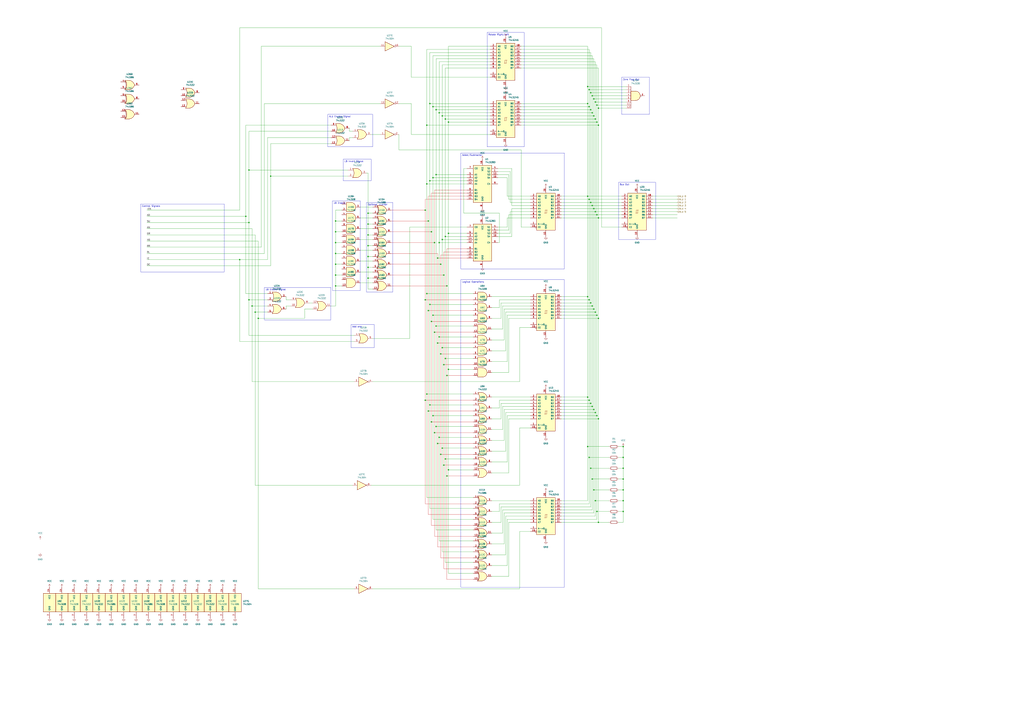
<source format=kicad_sch>
(kicad_sch (version 20231120) (generator "eeschema") (generator_version "8.0")
  (paper "A1")
  (junction (at 483.87 163.83))
  (junction (at 275.59 199.39))
  (junction (at 368.3 191.77))
  (junction (at 486.41 92.71))
  (junction (at 356.87 355.6))
  (junction (at 511.81 420.37))
  (junction (at 368.3 100.33))
  (junction (at 482.6 326.39))
  (junction (at 350.52 102.87))
  (junction (at 204.47 139.7))
  (junction (at 511.81 384.81))
  (junction (at 367.03 308.61))
  (junction (at 349.25 246.38))
  (junction (at 488.95 339.09))
  (junction (at 485.14 90.17))
  (junction (at 204.47 246.38))
  (junction (at 353.06 332.74))
  (junction (at 365.76 294.64))
  (junction (at 483.87 328.93))
  (junction (at 354.33 346.71))
  (junction (at 360.68 359.41))
  (junction (at 350.52 241.3))
  (junction (at 491.49 102.87))
  (junction (at 201.93 177.8))
  (junction (at 359.41 364.49))
  (junction (at 360.68 92.71))
  (junction (at 358.14 267.97))
  (junction (at 485.14 331.47))
  (junction (at 361.95 217.17))
  (junction (at 364.49 382.27))
  (junction (at 354.33 264.16))
  (junction (at 275.59 208.28))
  (junction (at 482.6 161.29))
  (junction (at 351.79 337.82))
  (junction (at 487.68 336.55))
  (junction (at 275.59 190.5))
  (junction (at 275.59 234.95))
  (junction (at 483.87 73.66))
  (junction (at 482.6 85.09))
  (junction (at 485.14 76.2))
  (junction (at 482.6 367.03))
  (junction (at 483.87 375.92))
  (junction (at 353.06 85.09))
  (junction (at 511.81 411.48))
  (junction (at 365.76 97.79))
  (junction (at 361.95 373.38))
  (junction (at 364.49 226.06))
  (junction (at 354.33 190.5))
  (junction (at 368.3 386.08))
  (junction (at 302.26 184.15))
  (junction (at 275.59 217.17))
  (junction (at 488.95 256.54))
  (junction (at 196.85 213.36))
  (junction (at 349.25 172.72))
  (junction (at 491.49 344.17))
  (junction (at 482.6 243.84))
  (junction (at 360.68 199.39))
  (junction (at 511.81 402.59))
  (junction (at 275.59 181.61))
  (junction (at 367.03 391.16))
  (junction (at 490.22 420.37))
  (junction (at 212.09 261.62))
  (junction (at 487.68 171.45))
  (junction (at 209.55 256.54))
  (junction (at 358.14 90.17))
  (junction (at 275.59 226.06))
  (junction (at 491.49 429.26))
  (junction (at 487.68 95.25))
  (junction (at 486.41 168.91))
  (junction (at 483.87 246.38))
  (junction (at 486.41 334.01))
  (junction (at 355.6 259.08))
  (junction (at 365.76 377.19))
  (junction (at 363.22 285.75))
  (junction (at 207.01 251.46))
  (junction (at 490.22 259.08))
  (junction (at 490.22 86.36))
  (junction (at 490.22 100.33))
  (junction (at 353.06 148.59))
  (junction (at 486.41 251.46))
  (junction (at 490.22 341.63))
  (junction (at 488.95 83.82))
  (junction (at 358.14 143.51))
  (junction (at 302.26 210.82))
  (junction (at 204.47 182.88))
  (junction (at 364.49 299.72))
  (junction (at 302.26 193.04))
  (junction (at 302.26 219.71))
  (junction (at 485.14 166.37))
  (junction (at 355.6 146.05))
  (junction (at 351.79 255.27))
  (junction (at 363.22 368.3))
  (junction (at 358.14 350.52))
  (junction (at 368.3 303.53))
  (junction (at 485.14 248.92))
  (junction (at 511.81 375.92))
  (junction (at 350.52 323.85))
  (junction (at 356.87 199.39))
  (junction (at 351.79 181.61))
  (junction (at 511.81 393.7))
  (junction (at 359.41 212.09))
  (junction (at 363.22 95.25))
  (junction (at 350.52 151.13))
  (junction (at 361.95 290.83))
  (junction (at 487.68 254))
  (junction (at 486.41 78.74))
  (junction (at 488.95 97.79))
  (junction (at 302.26 175.26))
  (junction (at 486.41 393.7))
  (junction (at 491.49 261.62))
  (junction (at 355.6 341.63))
  (junction (at 487.68 402.59))
  (junction (at 363.22 196.85))
  (junction (at 491.49 179.07))
  (junction (at 488.95 173.99))
  (junction (at 353.06 250.19))
  (junction (at 490.22 176.53))
  (junction (at 360.68 276.86))
  (junction (at 367.03 234.95))
  (junction (at 511.81 367.03))
  (junction (at 302.26 201.93))
  (junction (at 482.6 71.12))
  (junction (at 349.25 328.93))
  (junction (at 356.87 273.05))
  (junction (at 302.26 228.6))
  (junction (at 359.41 281.94))
  (junction (at 355.6 87.63))
  (junction (at 491.49 88.9))
  (junction (at 485.14 384.81))
  (junction (at 488.95 411.48))
  (junction (at 487.68 81.28))
  (junction (at 483.87 87.63))
  (junction (at 365.76 194.31))
  (junction (at 222.25 144.78))
  (wire (pts (xy 486.41 78.74) (xy 486.41 92.71)))
  (wire (pts (xy 483.87 73.66) (xy 483.87 87.63)))
  (wire (pts (xy 415.29 339.09) (xy 415.29 370.84)))
  (wire (pts (xy 408.94 194.31) (xy 420.37 194.31)))
  (wire (pts (xy 360.68 92.71) (xy 360.68 50.8)))
  (wire (pts (xy 383.54 194.31) (xy 365.76 194.31)))
  (wire (pts (xy 201.93 177.8) (xy 201.93 241.3)))
  (wire (pts (xy 427.99 43.18) (xy 485.14 43.18)))
  (wire (pts (xy 321.31 199.39) (xy 356.87 199.39)) (stroke (width 0) (color 194 0 0 1)))
  (wire (pts (xy 365.76 377.19) (xy 365.76 462.28)))
  (wire (pts (xy 363.22 285.75) (xy 363.22 368.3)))
  (wire (pts (xy 295.91 232.41) (xy 306.07 232.41)))
  (wire (pts (xy 287.02 113.03) (xy 287.02 115.57)))
  (wire (pts (xy 353.06 417.83) (xy 388.62 417.83)))
  (wire (pts (xy 388.62 308.61) (xy 367.03 308.61)) (stroke (width 0) (color 194 0 0 1)))
  (wire (pts (xy 222.25 144.78) (xy 285.75 144.78)))
  (wire (pts (xy 355.6 87.63) (xy 402.59 87.63)))
  (wire (pts (xy 209.55 398.78) (xy 289.56 398.78)))
  (wire (pts (xy 350.52 151.13) (xy 350.52 241.3)))
  (wire (pts (xy 204.47 275.59) (xy 290.83 275.59)))
  (wire (pts (xy 427.99 85.09) (xy 482.6 85.09)))
  (wire (pts (xy 483.87 40.64) (xy 483.87 73.66)))
  (wire (pts (xy 461.01 176.53) (xy 490.22 176.53)))
  (wire (pts (xy 120.65 218.44) (xy 222.25 218.44)))
  (wire (pts (xy 201.93 102.87) (xy 271.78 102.87)))
  (wire (pts (xy 482.6 85.09) (xy 482.6 161.29)))
  (wire (pts (xy 209.55 256.54) (xy 209.55 398.78)))
  (wire (pts (xy 212.09 198.12) (xy 212.09 261.62)))
  (wire (pts (xy 508 420.37) (xy 511.81 420.37)))
  (wire (pts (xy 535.94 161.29) (xy 556.26 161.29)))
  (wire (pts (xy 491.49 429.26) (xy 500.38 429.26)))
  (wire (pts (xy 435.61 261.62) (xy 417.83 261.62)))
  (wire (pts (xy 383.54 199.39) (xy 360.68 199.39)))
  (wire (pts (xy 490.22 259.08) (xy 461.01 259.08)))
  (wire (pts (xy 361.95 458.47) (xy 388.62 458.47)) (stroke (width 0) (color 194 0 0 1)))
  (wire (pts (xy 365.76 55.88) (xy 402.59 55.88)))
  (wire (pts (xy 383.54 196.85) (xy 363.22 196.85)))
  (wire (pts (xy 349.25 328.93) (xy 388.62 328.93)) (stroke (width 0) (color 194 0 0 1)))
  (wire (pts (xy 511.81 429.26) (xy 511.81 420.37)))
  (wire (pts (xy 427.99 55.88) (xy 491.49 55.88)))
  (wire (pts (xy 302.26 219.71) (xy 302.26 228.6)))
  (wire (pts (xy 222.25 144.78) (xy 222.25 118.11)))
  (wire (pts (xy 411.48 416.56) (xy 411.48 429.26)))
  (wire (pts (xy 363.22 95.25) (xy 363.22 196.85)))
  (wire (pts (xy 358.14 143.51) (xy 358.14 267.97)))
  (wire (pts (xy 327.66 85.09) (xy 337.82 85.09)))
  (wire (pts (xy 403.86 326.39) (xy 435.61 326.39)))
  (wire (pts (xy 488.95 97.79) (xy 488.95 83.82)))
  (wire (pts (xy 494.03 186.69) (xy 510.54 186.69)))
  (wire (pts (xy 256.54 254) (xy 250.19 254)))
  (wire (pts (xy 207.01 251.46) (xy 207.01 313.69)))
  (wire (pts (xy 349.25 172.72) (xy 349.25 246.38)) (stroke (width 0) (color 194 0 0 1)))
  (wire (pts (xy 280.67 208.28) (xy 275.59 208.28)))
  (wire (pts (xy 351.79 337.82) (xy 351.79 422.91)) (stroke (width 0) (color 194 0 0 1)))
  (wire (pts (xy 461.01 254) (xy 487.68 254)))
  (wire (pts (xy 461.01 168.91) (xy 486.41 168.91)))
  (wire (pts (xy 275.59 208.28) (xy 275.59 217.17)))
  (wire (pts (xy 417.83 344.17) (xy 417.83 388.62)))
  (wire (pts (xy 306.07 483.87) (xy 426.72 483.87)))
  (wire (pts (xy 408.94 146.05) (xy 416.56 146.05)))
  (wire (pts (xy 383.54 204.47) (xy 367.03 204.47)) (stroke (width 0) (color 194 0 0 1)))
  (wire (pts (xy 254 248.92) (xy 256.54 248.92)))
  (wire (pts (xy 388.62 303.53) (xy 368.3 303.53)))
  (wire (pts (xy 383.54 207.01) (xy 364.49 207.01)) (stroke (width 0) (color 194 0 0 1)))
  (wire (pts (xy 302.26 175.26) (xy 302.26 184.15)))
  (wire (pts (xy 415.29 288.29) (xy 403.86 288.29)))
  (wire (pts (xy 353.06 85.09) (xy 353.06 148.59)))
  (wire (pts (xy 416.56 186.69) (xy 416.56 179.07)))
  (wire (pts (xy 350.52 102.87) (xy 350.52 40.64)))
  (wire (pts (xy 485.14 331.47) (xy 485.14 384.81)))
  (wire (pts (xy 435.61 168.91) (xy 420.37 168.91)))
  (wire (pts (xy 487.68 81.28) (xy 487.68 95.25)))
  (wire (pts (xy 403.86 297.18) (xy 416.56 297.18)))
  (wire (pts (xy 490.22 53.34) (xy 490.22 86.36)))
  (wire (pts (xy 416.56 464.82) (xy 416.56 426.72)))
  (wire (pts (xy 388.62 368.3) (xy 363.22 368.3)))
  (wire (pts (xy 511.81 393.7) (xy 511.81 384.81)))
  (wire (pts (xy 511.81 384.81) (xy 511.81 375.92)))
  (wire (pts (xy 351.79 422.91) (xy 388.62 422.91)) (stroke (width 0) (color 194 0 0 1)))
  (wire (pts (xy 483.87 40.64) (xy 427.99 40.64)))
  (wire (pts (xy 356.87 273.05) (xy 356.87 355.6)) (stroke (width 0) (color 194 0 0 1)))
  (wire (pts (xy 408.94 186.69) (xy 416.56 186.69)))
  (wire (pts (xy 408.94 189.23) (xy 417.83 189.23)))
  (wire (pts (xy 483.87 328.93) (xy 483.87 375.92)))
  (wire (pts (xy 487.68 402.59) (xy 500.38 402.59)))
  (wire (pts (xy 490.22 426.72) (xy 461.01 426.72)))
  (wire (pts (xy 204.47 246.38) (xy 204.47 275.59)))
  (wire (pts (xy 486.41 251.46) (xy 486.41 334.01)))
  (wire (pts (xy 222.25 118.11) (xy 271.78 118.11)))
  (wire (pts (xy 204.47 182.88) (xy 204.47 139.7)))
  (wire (pts (xy 363.22 95.25) (xy 402.59 95.25)))
  (wire (pts (xy 306.07 201.93) (xy 302.26 201.93)))
  (wire (pts (xy 435.61 429.26) (xy 417.83 429.26)))
  (wire (pts (xy 403.86 420.37) (xy 410.21 420.37)))
  (wire (pts (xy 403.86 335.28) (xy 410.21 335.28)))
  (wire (pts (xy 383.54 186.69) (xy 336.55 186.69)))
  (wire (pts (xy 461.01 416.56) (xy 485.14 416.56)))
  (wire (pts (xy 321.31 190.5) (xy 354.33 190.5)) (stroke (width 0) (color 194 0 0 1)))
  (wire (pts (xy 302.26 193.04) (xy 302.26 201.93)))
  (wire (pts (xy 486.41 168.91) (xy 486.41 251.46)))
  (wire (pts (xy 402.59 48.26) (xy 358.14 48.26)))
  (wire (pts (xy 120.65 198.12) (xy 212.09 198.12)))
  (wire (pts (xy 306.07 193.04) (xy 302.26 193.04)))
  (wire (pts (xy 388.62 471.17) (xy 368.3 471.17)))
  (wire (pts (xy 365.76 294.64) (xy 388.62 294.64)))
  (wire (pts (xy 351.79 161.29) (xy 351.79 181.61)) (stroke (width 0) (color 194 0 0 1)))
  (wire (pts (xy 306.07 237.49) (xy 302.26 237.49)))
  (wire (pts (xy 356.87 199.39) (xy 356.87 273.05)) (stroke (width 0) (color 194 0 0 1)))
  (wire (pts (xy 415.29 455.93) (xy 403.86 455.93)))
  (wire (pts (xy 461.01 421.64) (xy 487.68 421.64)))
  (wire (pts (xy 511.81 420.37) (xy 511.81 411.48)))
  (wire (pts (xy 383.54 156.21) (xy 356.87 156.21)) (stroke (width 0) (color 194 0 0 1)))
  (wire (pts (xy 403.86 361.95) (xy 414.02 361.95)))
  (wire (pts (xy 535.94 173.99) (xy 556.26 173.99)))
  (wire (pts (xy 508 429.26) (xy 511.81 429.26)))
  (wire (pts (xy 488.95 339.09) (xy 488.95 411.48)))
  (wire (pts (xy 412.75 438.15) (xy 403.86 438.15)))
  (wire (pts (xy 327.66 123.19) (xy 327.66 110.49)))
  (wire (pts (xy 491.49 344.17) (xy 491.49 429.26)))
  (wire (pts (xy 435.61 269.24) (xy 426.72 269.24)))
  (wire (pts (xy 383.54 146.05) (xy 355.6 146.05)))
  (wire (pts (xy 355.6 87.63) (xy 355.6 45.72)))
  (wire (pts (xy 355.6 426.72) (xy 388.62 426.72)))
  (wire (pts (xy 461.01 261.62) (xy 491.49 261.62)))
  (wire (pts (xy 120.65 182.88) (xy 204.47 182.88)))
  (wire (pts (xy 410.21 252.73) (xy 410.21 246.38)))
  (wire (pts (xy 204.47 246.38) (xy 219.71 246.38)))
  (wire (pts (xy 196.85 22.86) (xy 494.03 22.86)))
  (wire (pts (xy 535.94 166.37) (xy 556.26 166.37)))
  (wire (pts (xy 486.41 393.7) (xy 500.38 393.7)))
  (wire (pts (xy 461.01 344.17) (xy 491.49 344.17)))
  (wire (pts (xy 415.29 256.54) (xy 415.29 288.29)))
  (wire (pts (xy 416.56 161.29) (xy 435.61 161.29)))
  (wire (pts (xy 361.95 290.83) (xy 388.62 290.83)) (stroke (width 0) (color 194 0 0 1)))
  (wire (pts (xy 306.07 184.15) (xy 302.26 184.15)))
  (wire (pts (xy 491.49 102.87) (xy 491.49 179.07)))
  (wire (pts (xy 388.62 453.39) (xy 363.22 453.39)))
  (wire (pts (xy 417.83 429.26) (xy 417.83 473.71)))
  (wire (pts (xy 535.94 168.91) (xy 556.26 168.91)))
  (wire (pts (xy 488.95 411.48) (xy 488.95 424.18)))
  (wire (pts (xy 383.54 151.13) (xy 350.52 151.13)))
  (wire (pts (xy 349.25 414.02) (xy 388.62 414.02)) (stroke (width 0) (color 194 0 0 1)))
  (wire (pts (xy 351.79 181.61) (xy 351.79 255.27)) (stroke (width 0) (color 194 0 0 1)))
  (wire (pts (xy 321.31 172.72) (xy 349.25 172.72)) (stroke (width 0) (color 194 0 0 1)))
  (wire (pts (xy 408.94 143.51) (xy 417.83 143.51)))
  (wire (pts (xy 358.14 267.97) (xy 358.14 350.52)))
  (wire (pts (xy 461.01 424.18) (xy 488.95 424.18)))
  (wire (pts (xy 483.87 414.02) (xy 461.01 414.02)))
  (wire (pts (xy 486.41 393.7) (xy 486.41 419.1)))
  (wire (pts (xy 361.95 217.17) (xy 361.95 290.83)) (stroke (width 0) (color 194 0 0 1)))
  (wire (pts (xy 487.68 48.26) (xy 487.68 81.28)))
  (wire (pts (xy 349.25 246.38) (xy 349.25 328.93)) (stroke (width 0) (color 194 0 0 1)))
  (wire (pts (xy 410.21 246.38) (xy 435.61 246.38)))
  (wire (pts (xy 196.85 213.36) (xy 196.85 280.67)))
  (wire (pts (xy 487.68 171.45) (xy 487.68 254)))
  (wire (pts (xy 365.76 377.19) (xy 388.62 377.19)))
  (wire (pts (xy 295.91 223.52) (xy 306.07 223.52)))
  (wire (pts (xy 280.67 199.39) (xy 275.59 199.39)))
  (wire (pts (xy 491.49 55.88) (xy 491.49 88.9)))
  (wire (pts (xy 535.94 176.53) (xy 556.26 176.53)))
  (wire (pts (xy 488.95 83.82) (xy 488.95 50.8)))
  (wire (pts (xy 426.72 436.88) (xy 435.61 436.88)))
  (wire (pts (xy 490.22 341.63) (xy 490.22 420.37)))
  (wire (pts (xy 355.6 146.05) (xy 355.6 259.08)))
  (wire (pts (xy 508 402.59) (xy 511.81 402.59)))
  (wire (pts (xy 427.99 100.33) (xy 490.22 100.33)))
  (wire (pts (xy 483.87 328.93) (xy 461.01 328.93)))
  (wire (pts (xy 358.14 90.17) (xy 402.59 90.17)))
  (wire (pts (xy 461.01 161.29) (xy 482.6 161.29)))
  (wire (pts (xy 295.91 179.07) (xy 306.07 179.07)))
  (wire (pts (xy 353.06 148.59) (xy 353.06 250.19)))
  (wire (pts (xy 209.55 256.54) (xy 219.71 256.54)))
  (wire (pts (xy 361.95 373.38) (xy 361.95 458.47)) (stroke (width 0) (color 194 0 0 1)))
  (wire (pts (xy 461.01 411.48) (xy 482.6 411.48)))
  (wire (pts (xy 414.02 336.55) (xy 435.61 336.55)))
  (wire (pts (xy 461.01 166.37) (xy 485.14 166.37)))
  (wire (pts (xy 511.81 367.03) (xy 508 367.03)))
  (wire (pts (xy 360.68 276.86) (xy 360.68 359.41)))
  (wire (pts (xy 417.83 176.53) (xy 435.61 176.53)))
  (wire (pts (xy 487.68 81.28) (xy 514.35 81.28)))
  (wire (pts (xy 360.68 276.86) (xy 388.62 276.86)))
  (wire (pts (xy 207.01 251.46) (xy 219.71 251.46)))
  (wire (pts (xy 426.72 269.24) (xy 426.72 313.69)))
  (wire (pts (xy 353.06 250.19) (xy 388.62 250.19)))
  (wire (pts (xy 490.22 86.36) (xy 514.35 86.36)))
  (wire (pts (xy 287.02 107.95) (xy 289.56 107.95)))
  (wire (pts (xy 363.22 368.3) (xy 363.22 453.39)))
  (wire (pts (xy 511.81 411.48) (xy 511.81 402.59)))
  (wire (pts (xy 354.33 190.5) (xy 354.33 264.16)) (stroke (width 0) (color 194 0 0 1)))
  (wire (pts (xy 402.59 97.79) (xy 365.76 97.79)))
  (wire (pts (xy 488.95 50.8) (xy 427.99 50.8)))
  (wire (pts (xy 353.06 43.18) (xy 353.06 85.09)))
  (wire (pts (xy 355.6 341.63) (xy 355.6 426.72)))
  (wire (pts (xy 204.47 107.95) (xy 271.78 107.95)))
  (wire (pts (xy 485.14 166.37) (xy 510.54 166.37)))
  (wire (pts (xy 295.91 170.18) (xy 306.07 170.18)))
  (wire (pts (xy 367.03 308.61) (xy 367.03 234.95)) (stroke (width 0) (color 194 0 0 1)))
  (wire (pts (xy 383.54 163.83) (xy 349.25 163.83)) (stroke (width 0) (color 194 0 0 1)))
  (wire (pts (xy 417.83 143.51) (xy 417.83 163.83)))
  (wire (pts (xy 483.87 87.63) (xy 483.87 163.83)))
  (wire (pts (xy 219.71 113.03) (xy 271.78 113.03)))
  (wire (pts (xy 435.61 424.18) (xy 415.29 424.18)))
  (wire (pts (xy 535.94 179.07) (xy 556.26 179.07)))
  (wire (pts (xy 383.54 161.29) (xy 351.79 161.29)) (stroke (width 0) (color 194 0 0 1)))
  (wire (pts (xy 337.82 85.09) (xy 337.82 110.49)))
  (wire (pts (xy 201.93 241.3) (xy 219.71 241.3)))
  (wire (pts (xy 403.86 464.82) (xy 416.56 464.82)))
  (wire (pts (xy 350.52 241.3) (xy 388.62 241.3)))
  (wire (pts (xy 358.14 267.97) (xy 388.62 267.97)))
  (wire (pts (xy 487.68 95.25) (xy 487.68 171.45)))
  (wire (pts (xy 461.01 163.83) (xy 483.87 163.83)))
  (wire (pts (xy 435.61 186.69) (xy 427.99 186.69)))
  (wire (pts (xy 482.6 161.29) (xy 510.54 161.29)))
  (wire (pts (xy 381 175.26) (xy 410.21 175.26)))
  (wire (pts (xy 367.03 476.25) (xy 388.62 476.25)) (stroke (width 0) (color 194 0 0 1)))
  (wire (pts (xy 485.14 76.2) (xy 485.14 90.17)))
  (wire (pts (xy 250.19 254) (xy 250.19 261.62)))
  (wire (pts (xy 360.68 359.41) (xy 360.68 444.5)))
  (wire (pts (xy 336.55 186.69) (xy 336.55 278.13)))
  (wire (pts (xy 486.41 334.01) (xy 486.41 393.7)))
  (wire (pts (xy 302.26 175.26) (xy 302.26 142.24)))
  (wire (pts (xy 482.6 71.12) (xy 482.6 38.1)))
  (wire (pts (xy 321.31 181.61) (xy 351.79 181.61)) (stroke (width 0) (color 194 0 0 1)))
  (wire (pts (xy 302.26 201.93) (xy 302.26 210.82)))
  (wire (pts (xy 485.14 90.17) (xy 485.14 166.37)))
  (wire (pts (xy 408.94 140.97) (xy 419.1 140.97)))
  (wire (pts (xy 403.86 447.04) (xy 414.02 447.04)))
  (wire (pts (xy 420.37 138.43) (xy 408.94 138.43)))
  (wire (pts (xy 482.6 367.03) (xy 482.6 411.48)))
  (wire (pts (xy 403.86 243.84) (xy 435.61 243.84)))
  (wire (pts (xy 412.75 353.06) (xy 403.86 353.06)))
  (wire (pts (xy 212.09 261.62) (xy 212.09 483.87)))
  (wire (pts (xy 486.41 419.1) (xy 461.01 419.1)))
  (wire (pts (xy 414.02 447.04) (xy 414.02 421.64)))
  (wire (pts (xy 212.09 483.87) (xy 290.83 483.87)))
  (wire (pts (xy 360.68 359.41) (xy 388.62 359.41)))
  (wire (pts (xy 485.14 166.37) (xy 485.14 248.92)))
  (wire (pts (xy 416.56 179.07) (xy 435.61 179.07)))
  (wire (pts (xy 535.94 171.45) (xy 556.26 171.45)))
  (wire (pts (xy 212.09 261.62) (xy 250.19 261.62)))
  (wire (pts (xy 435.61 416.56) (xy 411.48 416.56)))
  (wire (pts (xy 350.52 102.87) (xy 350.52 151.13)))
  (wire (pts (xy 306.07 175.26) (xy 302.26 175.26)))
  (wire (pts (xy 435.61 334.01) (xy 412.75 334.01)))
  (wire (pts (xy 280.67 190.5) (xy 275.59 190.5)))
  (wire (pts (xy 410.21 175.26) (xy 410.21 199.39)))
  (wire (pts (xy 482.6 326.39) (xy 482.6 367.03)))
  (wire (pts (xy 365.76 462.28) (xy 388.62 462.28)))
  (wire (pts (xy 419.1 173.99) (xy 419.1 191.77)))
  (wire (pts (xy 364.49 382.27) (xy 364.49 467.36)) (stroke (width 0) (color 194 0 0 1)))
  (wire (pts (xy 461.01 326.39) (xy 482.6 326.39)))
  (wire (pts (xy 427.99 102.87) (xy 491.49 102.87)))
  (wire (pts (xy 356.87 440.69) (xy 388.62 440.69)) (stroke (width 0) (color 194 0 0 1)))
  (wire (pts (xy 419.1 191.77) (xy 408.94 191.77)))
  (wire (pts (xy 367.03 234.95) (xy 367.03 204.47)) (stroke (width 0) (color 194 0 0 1)))
  (wire (pts (xy 275.59 172.72) (xy 275.59 181.61)))
  (wire (pts (xy 363.22 285.75) (xy 363.22 196.85)))
  (wire (pts (xy 508 411.48) (xy 511.81 411.48)))
  (wire (pts (xy 353.06 332.74) (xy 388.62 332.74)))
  (wire (pts (xy 414.02 421.64) (xy 435.61 421.64)))
  (wire (pts (xy 485.14 248.92) (xy 485.14 331.47)))
  (wire (pts (xy 120.65 177.8) (xy 201.93 177.8)))
  (wire (pts (xy 514.35 76.2) (xy 485.14 76.2)))
  (wire (pts (xy 483.87 163.83) (xy 483.87 246.38)))
  (wire (pts (xy 461.01 171.45) (xy 487.68 171.45)))
  (wire (pts (xy 204.47 139.7) (xy 204.47 107.95)))
  (wire (pts (xy 120.65 193.04) (xy 209.55 193.04)))
  (wire (pts (xy 356.87 355.6) (xy 388.62 355.6)) (stroke (width 0) (color 194 0 0 1)))
  (wire (pts (xy 321.31 234.95) (xy 367.03 234.95)) (stroke (width 0) (color 194 0 0 1)))
  (wire (pts (xy 435.61 419.1) (xy 412.75 419.1)))
  (wire (pts (xy 419.1 140.97) (xy 419.1 166.37)))
  (wire (pts (xy 280.67 217.17) (xy 275.59 217.17)))
  (wire (pts (xy 365.76 194.31) (xy 365.76 294.64)))
  (wire (pts (xy 354.33 431.8) (xy 388.62 431.8)) (stroke (width 0) (color 194 0 0 1)))
  (wire (pts (xy 461.01 429.26) (xy 491.49 429.26)))
  (wire (pts (xy 351.79 337.82) (xy 388.62 337.82)) (stroke (width 0) (color 194 0 0 1)))
  (wire (pts (xy 368.3 100.33) (xy 368.3 38.1)))
  (wire (pts (xy 351.79 255.27) (xy 388.62 255.27)) (stroke (width 0) (color 194 0 0 1)))
  (wire (pts (xy 427.99 53.34) (xy 490.22 53.34)))
  (wire (pts (xy 412.75 251.46) (xy 412.75 270.51)))
  (wire (pts (xy 359.41 281.94) (xy 359.41 364.49)) (stroke (width 0) (color 194 0 0 1)))
  (wire (pts (xy 508 393.7) (xy 511.81 393.7)))
  (wire (pts (xy 360.68 444.5) (xy 388.62 444.5)))
  (wire (pts (xy 356.87 273.05) (xy 388.62 273.05)) (stroke (width 0) (color 194 0 0 1)))
  (wire (pts (xy 427.99 48.26) (xy 487.68 48.26)))
  (wire (pts (xy 204.47 182.88) (xy 204.47 246.38)))
  (wire (pts (xy 365.76 97.79) (xy 365.76 194.31)))
  (wire (pts (xy 490.22 86.36) (xy 490.22 100.33)))
  (wire (pts (xy 420.37 168.91) (xy 420.37 138.43)))
  (wire (pts (xy 196.85 22.86) (xy 196.85 172.72)))
  (wire (pts (xy 414.02 361.95) (xy 414.02 336.55)))
  (wire (pts (xy 354.33 264.16) (xy 354.33 346.71)) (stroke (width 0) (color 194 0 0 1)))
  (wire (pts (xy 535.94 163.83) (xy 556.26 163.83)))
  (wire (pts (xy 491.49 261.62) (xy 491.49 344.17)))
  (wire (pts (xy 403.86 252.73) (xy 410.21 252.73)))
  (wire (pts (xy 275.59 226.06) (xy 280.67 226.06)))
  (wire (pts (xy 120.65 213.36) (xy 196.85 213.36)))
  (wire (pts (xy 487.68 402.59) (xy 487.68 421.64)))
  (wire (pts (xy 491.49 179.07) (xy 510.54 179.07)))
  (wire (pts (xy 486.41 334.01) (xy 461.01 334.01)))
  (wire (pts (xy 321.31 208.28) (xy 359.41 208.28)) (stroke (width 0) (color 194 0 0 1)))
  (wire (pts (xy 383.54 212.09) (xy 359.41 212.09)) (stroke (width 0) (color 194 0 0 1)))
  (wire (pts (xy 490.22 100.33) (xy 490.22 176.53)))
  (wire (pts (xy 196.85 213.36) (xy 219.71 213.36)))
  (wire (pts (xy 350.52 408.94) (xy 388.62 408.94)))
  (wire (pts (xy 354.33 158.75) (xy 354.33 190.5)) (stroke (width 0) (color 194 0 0 1)))
  (wire (pts (xy 359.41 281.94) (xy 388.62 281.94)) (stroke (width 0) (color 194 0 0 1)))
  (wire (pts (xy 487.68 171.45) (xy 510.54 171.45)))
  (wire (pts (xy 358.14 350.52) (xy 358.14 435.61)))
  (wire (pts (xy 426.72 483.87) (xy 426.72 436.88)))
  (wire (pts (xy 368.3 100.33) (xy 368.3 191.77)))
  (wire (pts (xy 417.83 388.62) (xy 403.86 388.62)))
  (wire (pts (xy 120.65 172.72) (xy 196.85 172.72)))
  (wire (pts (xy 483.87 73.66) (xy 514.35 73.66)))
  (wire (pts (xy 354.33 264.16) (xy 388.62 264.16)) (stroke (width 0) (color 194 0 0 1)))
  (wire (pts (xy 485.14 384.81) (xy 485.14 416.56)))
  (wire (pts (xy 219.71 213.36) (xy 219.71 113.03)))
  (wire (pts (xy 461.01 179.07) (xy 491.49 179.07)))
  (wire (pts (xy 359.41 364.49) (xy 359.41 449.58)) (stroke (width 0) (color 194 0 0 1)))
  (wire (pts (xy 360.68 199.39) (xy 360.68 276.86)))
  (wire (pts (xy 486.41 45.72) (xy 486.41 78.74)))
  (wire (pts (xy 420.37 171.45) (xy 435.61 171.45)))
  (wire (pts (xy 359.41 364.49) (xy 388.62 364.49)) (stroke (width 0) (color 194 0 0 1)))
  (wire (pts (xy 363.22 53.34) (xy 363.22 95.25)))
  (wire (pts (xy 388.62 285.75) (xy 363.22 285.75)))
  (wire (pts (xy 483.87 246.38) (xy 461.01 246.38)))
  (wire (pts (xy 358.14 143.51) (xy 383.54 143.51)))
  (wire (pts (xy 358.14 90.17) (xy 358.14 143.51)))
  (wire (pts (xy 234.95 254) (xy 234.95 251.46)))
  (wire (pts (xy 490.22 176.53) (xy 510.54 176.53)))
  (wire (pts (xy 304.8 110.49) (xy 312.42 110.49)))
  (wire (pts (xy 207.01 313.69) (xy 290.83 313.69)))
  (wire (pts (xy 359.41 212.09) (xy 359.41 281.94)) (stroke (width 0) (color 194 0 0 1)))
  (wire (pts (xy 383.54 148.59) (xy 353.06 148.59)))
  (wire (pts (xy 295.91 205.74) (xy 306.07 205.74)))
  (wire (pts (xy 508 384.81) (xy 511.81 384.81)))
  (wire (pts (xy 358.14 48.26) (xy 358.14 90.17)))
  (wire (pts (xy 302.26 210.82) (xy 302.26 219.71)))
  (wire (pts (xy 488.95 173.99) (xy 488.95 256.54)))
  (wire (pts (xy 416.56 297.18) (xy 416.56 259.08)))
  (wire (pts (xy 204.47 139.7) (xy 285.75 139.7)))
  (wire (pts (xy 349.25 163.83) (xy 349.25 172.72)) (stroke (width 0) (color 194 0 0 1)))
  (wire (pts (xy 295.91 214.63) (xy 306.07 214.63)))
  (wire (pts (xy 410.21 420.37) (xy 410.21 414.02)))
  (wire (pts (xy 427.99 186.69) (xy 427.99 123.19)))
  (wire (pts (xy 275.59 217.17) (xy 275.59 226.06)))
  (wire (pts (xy 275.59 181.61) (xy 275.59 190.5)))
  (wire (pts (xy 349.25 328.93) (xy 349.25 414.02)) (stroke (width 0) (color 194 0 0 1)))
  (wire (pts (xy 360.68 50.8) (xy 402.59 50.8)))
  (wire (pts (xy 403.86 379.73) (xy 416.56 379.73)))
  (wire (pts (xy 488.95 83.82) (xy 514.35 83.82)))
  (wire (pts (xy 383.54 191.77) (xy 368.3 191.77)))
  (wire (pts (xy 485.14 43.18) (xy 485.14 76.2)))
  (wire (pts (xy 410.21 414.02) (xy 435.61 414.02)))
  (wire (pts (xy 358.14 435.61) (xy 388.62 435.61)))
  (wire (pts (xy 306.07 228.6) (xy 302.26 228.6)))
  (wire (pts (xy 368.3 100.33) (xy 402.59 100.33)))
  (wire (pts (xy 402.59 43.18) (xy 353.06 43.18)))
  (wire (pts (xy 414.02 279.4) (xy 414.02 254)))
  (wire (pts (xy 416.56 426.72) (xy 435.61 426.72)))
  (wire (pts (xy 207.01 187.96) (xy 207.01 251.46)))
  (wire (pts (xy 410.21 328.93) (xy 435.61 328.93)))
  (wire (pts (xy 209.55 193.04) (xy 209.55 256.54)))
  (wire (pts (xy 201.93 177.8) (xy 201.93 102.87)))
  (wire (pts (xy 359.41 449.58) (xy 388.62 449.58)) (stroke (width 0) (color 194 0 0 1)))
  (wire (pts (xy 275.59 226.06) (xy 275.59 234.95)))
  (wire (pts (xy 511.81 402.59) (xy 511.81 393.7)))
  (wire (pts (xy 350.52 102.87) (xy 402.59 102.87)))
  (wire (pts (xy 350.52 241.3) (xy 350.52 323.85)))
  (wire (pts (xy 461.01 339.09) (xy 488.95 339.09)))
  (wire (pts (xy 365.76 294.64) (xy 365.76 377.19)))
  (wire (pts (xy 337.82 63.5) (xy 337.82 38.1)))
  (wire (pts (xy 234.95 251.46) (xy 238.76 251.46)))
  (wire (pts (xy 368.3 303.53) (xy 368.3 191.77)))
  (wire (pts (xy 289.56 113.03) (xy 287.02 113.03)))
  (wire (pts (xy 487.68 336.55) (xy 487.68 402.59)))
  (wire (pts (xy 280.67 172.72) (xy 275.59 172.72)))
  (wire (pts (xy 361.95 290.83) (xy 361.95 373.38)) (stroke (width 0) (color 194 0 0 1)))
  (wire (pts (xy 490.22 420.37) (xy 490.22 426.72)))
  (wire (pts (xy 354.33 346.71) (xy 388.62 346.71)) (stroke (width 0) (color 194 0 0 1)))
  (wire (pts (xy 482.6 161.29) (xy 482.6 243.84)))
  (wire (pts (xy 435.61 331.47) (xy 411.48 331.47)))
  (wire (pts (xy 486.41 92.71) (xy 486.41 168.91)))
  (wire (pts (xy 337.82 110.49) (xy 402.59 110.49)))
  (wire (pts (xy 426.72 398.78) (xy 426.72 351.79)))
  (wire (pts (xy 411.48 261.62) (xy 403.86 261.62)))
  (wire (pts (xy 488.95 173.99) (xy 510.54 173.99)))
  (wire (pts (xy 306.07 210.82) (xy 302.26 210.82)))
  (wire (pts (xy 490.22 341.63) (xy 461.01 341.63)))
  (wire (pts (xy 412.75 419.1) (xy 412.75 438.15)))
  (wire (pts (xy 491.49 88.9) (xy 514.35 88.9)))
  (wire (pts (xy 295.91 196.85) (xy 306.07 196.85)))
  (wire (pts (xy 358.14 350.52) (xy 388.62 350.52)))
  (wire (pts (xy 349.25 246.38) (xy 388.62 246.38)) (stroke (width 0) (color 194 0 0 1)))
  (wire (pts (xy 364.49 299.72) (xy 364.49 382.27)) (stroke (width 0) (color 194 0 0 1)))
  (wire (pts (xy 364.49 226.06) (xy 364.49 299.72)) (stroke (width 0) (color 194 0 0 1)))
  (wire (pts (xy 482.6 85.09) (xy 482.6 71.12)))
  (wire (pts (xy 416.56 341.63) (xy 435.61 341.63)))
  (wire (pts (xy 336.55 278.13) (xy 306.07 278.13)))
  (wire (pts (xy 364.49 299.72) (xy 388.62 299.72)) (stroke (width 0) (color 194 0 0 1)))
  (wire (pts (xy 364.49 207.01) (xy 364.49 226.06)) (stroke (width 0) (color 194 0 0 1)))
  (wire (pts (xy 368.3 38.1) (xy 402.59 38.1)))
  (wire (pts (xy 461.01 243.84) (xy 482.6 243.84)))
  (wire (pts (xy 364.49 382.27) (xy 388.62 382.27)) (stroke (width 0) (color 194 0 0 1)))
  (wire (pts (xy 355.6 259.08) (xy 355.6 341.63)))
  (wire (pts (xy 120.65 208.28) (xy 217.17 208.28)))
  (wire (pts (xy 490.22 259.08) (xy 490.22 341.63)))
  (wire (pts (xy 412.75 270.51) (xy 403.86 270.51)))
  (wire (pts (xy 410.21 199.39) (xy 408.94 199.39)))
  (wire (pts (xy 275.59 199.39) (xy 275.59 208.28)))
  (wire (pts (xy 354.33 431.8) (xy 354.33 346.71)) (stroke (width 0) (color 194 0 0 1)))
  (wire (pts (xy 364.49 467.36) (xy 388.62 467.36)) (stroke (width 0) (color 194 0 0 1)))
  (wire (pts (xy 490.22 420.37) (xy 500.38 420.37)))
  (wire (pts (xy 417.83 189.23) (xy 417.83 176.53)))
  (wire (pts (xy 427.99 123.19) (xy 327.66 123.19)))
  (wire (pts (xy 368.3 303.53) (xy 368.3 386.08)))
  (wire (pts (xy 383.54 209.55) (xy 361.95 209.55)) (stroke (width 0) (color 194 0 0 1)))
  (wire (pts (xy 482.6 243.84) (xy 482.6 326.39)))
  (wire (pts (xy 222.25 218.44) (xy 222.25 144.78)))
  (wire (pts (xy 435.61 256.54) (xy 415.29 256.54)))
  (wire (pts (xy 355.6 45.72) (xy 402.59 45.72)))
  (wire (pts (xy 426.72 313.69) (xy 306.07 313.69)))
  (wire (pts (xy 416.56 379.73) (xy 416.56 341.63)))
  (wire (pts (xy 356.87 156.21) (xy 356.87 199.39)) (stroke (width 0) (color 194 0 0 1)))
  (wire (pts (xy 353.06 250.19) (xy 353.06 332.74)))
  (wire (pts (xy 415.29 370.84) (xy 403.86 370.84)))
  (wire (pts (xy 355.6 259.08) (xy 388.62 259.08)))
  (wire (pts (xy 402.59 63.5) (xy 337.82 63.5)))
  (wire (pts (xy 217.17 85.09) (xy 217.17 208.28)))
  (wire (pts (xy 359.41 208.28) (xy 359.41 212.09)) (stroke (width 0) (color 194 0 0 1)))
  (wire (pts (xy 234.95 246.38) (xy 238.76 246.38)))
  (wire (pts (xy 412.75 334.01) (xy 412.75 353.06)))
  (wire (pts (xy 411.48 248.92) (xy 411.48 261.62)))
  (wire (pts (xy 511.81 375.92) (xy 511.81 367.03)))
  (wire (pts (xy 367.03 391.16) (xy 367.03 476.25)) (stroke (width 0) (color 194 0 0 1)))
  (wire (pts (xy 483.87 163.83) (xy 510.54 163.83)))
  (wire (pts (xy 388.62 386.08) (xy 368.3 386.08)))
  (wire (pts (xy 419.1 166.37) (xy 435.61 166.37)))
  (wire (pts (xy 417.83 473.71) (xy 403.86 473.71)))
  (wire (pts (xy 427.99 97.79) (xy 488.95 97.79)))
  (wire (pts (xy 411.48 344.17) (xy 403.86 344.17)))
  (wire (pts (xy 403.86 411.48) (xy 435.61 411.48)))
  (wire (pts (xy 411.48 429.26) (xy 403.86 429.26)))
  (wire (pts (xy 417.83 306.07) (xy 403.86 306.07)))
  (wire (pts (xy 351.79 255.27) (xy 351.79 337.82)) (stroke (width 0) (color 194 0 0 1)))
  (wire (pts (xy 420.37 194.31) (xy 420.37 171.45)))
  (wire (pts (xy 403.86 279.4) (xy 414.02 279.4)))
  (wire (pts (xy 488.95 256.54) (xy 488.95 339.09)))
  (wire (pts (xy 417.83 163.83) (xy 435.61 163.83)))
  (wire (pts (xy 367.03 391.16) (xy 388.62 391.16)) (stroke (width 0) (color 194 0 0 1)))
  (wire (pts (xy 381 175.26) (xy 381 138.43)))
  (wire (pts (xy 410.21 335.28) (xy 410.21 328.93)))
  (wire (pts (xy 356.87 355.6) (xy 356.87 440.69)) (stroke (width 0) (color 194 0 0 1)))
  (wire (pts (xy 427.99 95.25) (xy 487.68 95.25)))
  (wire (pts (xy 417.83 261.62) (xy 417.83 306.07)))
  (wire (pts (xy 508 375.92) (xy 511.81 375.92)))
  (wire (pts (xy 381 138.43) (xy 383.54 138.43)))
  (wire (pts (xy 427.99 92.71) (xy 486.41 92.71)))
  (wire (pts (xy 350.52 323.85) (xy 388.62 323.85)))
  (wire (pts (xy 487.68 254) (xy 487.68 336.55)))
  (wire (pts (xy 461.01 256.54) (xy 488.95 256.54)))
  (wire (pts (xy 491.49 88.9) (xy 491.49 102.87)))
  (wire (pts (xy 275.59 234.95) (xy 280.67 234.95)))
  (wire (pts (xy 350.52 40.64) (xy 402.59 40.64)))
  (wire (pts (xy 295.91 187.96) (xy 306.07 187.96)))
  (wire (pts (xy 312.42 85.09) (xy 217.17 85.09)))
  (wire (pts (xy 435.61 339.09) (xy 415.29 339.09)))
  (wire (pts (xy 234.95 243.84) (xy 234.95 246.38)))
  (wire (pts (xy 491.49 179.07) (xy 491.49 261.62)))
  (wire (pts (xy 435.61 248.92) (xy 411.48 248.92)))
  (wire (pts (xy 302.26 184.15) (xy 302.26 193.04)))
  (wire (pts (xy 355.6 87.63) (xy 355.6 146.05)))
  (wire (pts (xy 416.56 161.29) (xy 416.56 146.05)))
  (wire (pts (xy 427.99 90.17) (xy 485.14 90.17)))
  (wire (pts (xy 402.59 85.09) (xy 353.06 85.09)))
  (wire (pts (xy 435.61 173.99) (xy 419.1 173.99)))
  (wire (pts (xy 368.3 386.08) (xy 368.3 471.17)))
  (wire (pts (xy 500.38 411.48) (xy 488.95 411.48)))
  (wire (pts (xy 415.29 424.18) (xy 415.29 455.93)))
  (wire (pts (xy 287.02 105.41) (xy 287.02 107.95)))
  (wire (pts (xy 120.65 203.2) (xy 214.63 203.2)))
  (wire (pts (xy 427.99 87.63) (xy 483.87 87.63)))
  (wire (pts (xy 350.52 323.85) (xy 350.52 408.94)))
  (wire (pts (xy 461.01 331.47) (xy 485.14 331.47)))
  (wire (pts (xy 483.87 375.92) (xy 500.38 375.92)))
  (wire (pts (xy 120.65 187.96) (xy 207.01 187.96)))
  (wire (pts (xy 488.95 97.79) (xy 488.95 173.99)))
  (wire (pts (xy 427.99 45.72) (xy 486.41 45.72)))
  (wire (pts (xy 214.63 38.1) (xy 312.42 38.1)))
  (wire (pts (xy 321.31 226.06) (xy 364.49 226.06)) (stroke (width 0) (color 194 0 0 1)))
  (wire (pts (xy 355.6 341.63) (xy 388.62 341.63)))
  (wire (pts (xy 360.68 92.71) (xy 360.68 199.39)))
  (wire (pts (xy 482.6 367.03) (xy 500.38 367.03)))
  (wire (pts (xy 306.07 219.71) (xy 302.26 219.71)))
  (wire (pts (xy 302.26 228.6) (xy 302.26 237.49)))
  (wire (pts (xy 275.59 190.5) (xy 275.59 199.39)))
  (wire (pts (xy 486.41 251.46) (xy 461.01 251.46)))
  (wire (pts (xy 271.78 251.46) (xy 275.59 251.46)))
  (wire (pts (xy 482.6 38.1) (xy 427.99 38.1)))
  (wire (pts (xy 416.56 259.08) (xy 435.61 259.08)))
  (wire (pts (xy 486.41 168.91) (xy 510.54 168.91)))
  (wire (pts (xy 435.61 344.17) (xy 417.83 344.17)))
  (wire (pts (xy 461.01 336.55) (xy 487.68 336.55)))
  (wire (pts (xy 361.95 373.38) (xy 388.62 373.38)) (stroke (width 0) (color 194 0 0 1)))
  (wire (pts (xy 337.82 38.1) (xy 327.66 38.1)))
  (wire (pts (xy 494.03 22.86) (xy 494.03 186.69)))
  (wire (pts (xy 214.63 203.2) (xy 214.63 38.1)))
  (wire (pts (xy 485.14 384.81) (xy 500.38 384.81)))
  (wire (pts (xy 383.54 158.75) (xy 354.33 158.75)) (stroke (width 0) (color 194 0 0 1)))
  (wire (pts (xy 196.85 280.67) (xy 290.83 280.67)))
  (wire (pts (xy 483.87 375.92) (xy 483.87 414.02)))
  (wire (pts (xy 361.95 209.55) (xy 361.95 217.17)) (stroke (width 0) (color 194 0 0 1)))
  (wire (pts (xy 275.59 251.46) (xy 275.59 234.95)))
  (wire (pts (xy 402.59 53.34) (xy 363.22 53.34)))
  (wire (pts (xy 321.31 217.17) (xy 361.95 217.17)) (stroke (width 0) (color 194 0 0 1)))
  (wire (pts (xy 367.03 391.16) (xy 367.03 308.61)) (stroke (width 0) (color 194 0 0 1)))
  (wire (pts (xy 365.76 97.79) (xy 365.76 55.88)))
  (wire (pts (xy 300.99 142.24) (xy 302.26 142.24)))
  (wire (pts (xy 426.72 351.79) (xy 435.61 351.79)))
  (wire (pts (xy 353.06 332.74) (xy 353.06 417.83)))
  (wire (pts (xy 411.48 331.47) (xy 411.48 344.17)))
  (wire (pts (xy 304.8 398.78) (xy 426.72 398.78)))
  (wire (pts (xy 461.01 173.99) (xy 488.95 173.99)))
  (wire (pts (xy 483.87 246.38) (xy 483.87 328.93)))
  (wire (pts (xy 360.68 92.71) (xy 402.59 92.71)))
  (wire (pts (xy 482.6 71.12) (xy 514.35 71.12)))
  (wire (pts (xy 486.41 78.74) (xy 514.35 78.74)))
  (wire (pts (xy 461.01 248.92) (xy 485.14 248.92)))
  (wire (pts (xy 490.22 176.53) (xy 490.22 259.08)))
  (wire (pts (xy 414.02 254) (xy 435.61 254)))
  (wire (pts (xy 435.61 251.46) (xy 412.75 251.46)))
  (wire (pts (xy 280.67 181.61) (xy 275.59 181.61)))
  (text_box "Optional Inverter\n" (at 300.99 166.37 0) (size 21.59 73.66) (effects (font (size 1.27 1.27)) (justify left top)))
  (text_box "Add one" (at 288.29 266.7 0) (size 19.05 19.05) (effects (font (size 1.27 1.27)) (justify left top)))
  (text_box "LB Enable\n" (at 273.05 165.1 0) (size 22.86 73.66) (effects (font (size 1.27 1.27)) (justify left top)))
  (text_box "Adder/Subtractor" (at 378.46 125.73 0) (size 85.09 95.25) (effects (font (size 1.27 1.27)) (justify left top)))
  (text_box "LB Enable Signal\n" (at 217.17 236.22 0) (size 54.61 26.67) (effects (font (size 1.27 1.27)) (justify left top)))
  (text_box "ALU Enable Signal" (at 269.24 93.98 0) (size 36.83 26.67) (effects (font (size 1.27 1.27)) (justify left top)))
  (text_box "Logical Operations\n" (at 378.46 229.87 0) (size 85.09 252.73) (effects (font (size 1.27 1.27)) (justify left top)))
  (text_box "Zero Flag Out" (at 510.54 63.5 0) (size 22.86 30.48) (effects (font (size 1.27 1.27)) (justify left top)))
  (text_box "LB Invert Signal" (at 281.94 130.81 0) (size 22.86 17.78) (effects (font (size 1.27 1.27)) (justify left top)))
  (text_box "Control Signals\n" (at 115.57 167.64 0) (size 68.58 55.88) (effects (font (size 1.27 1.27)) (justify left top)))
  (text_box "Bus Out\n" (at 508 149.86 0) (size 30.48 46.99) (effects (font (size 1.27 1.27)) (justify left top)))
  (text_box "Rotate Right/Left" (at 400.05 26.67 0) (size 30.48 93.98) (effects (font (size 1.27 1.27)) (justify left top)))
  (label "IC" (at 120.65 213.36 0))
  (label "AD" (at 120.65 177.8 0))
  (label "OR" (at 120.65 193.04 0))
  (label "SU" (at 120.65 182.88 0))
  (label "RR" (at 120.65 203.2 0))
  (label "AN" (at 120.65 187.96 0))
  (label "XO" (at 120.65 198.12 0))
  (label "DC" (at 120.65 218.44 0))
  (label "RL" (at 120.65 208.28 0))
  (label "~EN" (at 120.65 172.72 0))
  (hierarchical_label "ALU 5" (shape input) (at 556.26 173.99 0))
  (hierarchical_label "ALU 4" (shape input) (at 556.26 171.45 0))
  (hierarchical_label "ALU 3" (shape input) (at 556.26 168.91 0))
  (hierarchical_label "ALU 0" (shape input) (at 556.26 161.29 0))
  (hierarchical_label "ALU 2" (shape input) (at 556.26 166.37 0))
  (hierarchical_label "ALU 1" (shape input) (at 556.26 163.83 0))
  (symbol (lib_id "74xx:74LS08") (at 396.24 279.4 0) (unit 1)
    (property "Reference" "U7" (at 396.2317 270.51 0))
    (property "Value" "74LS08" (at 396.2317 273.05 0))
    (property "Datasheet" "http://www.ti.com/lit/gpn/sn74LS08" (effects (hide yes)))
    (property "Description" "Quad And2" (effects (hide yes)))
  )
  (symbol (lib_id "power:VCC") (at 60.96 482.6 0) (unit 1)
    (property "Reference" "#PWR019" (effects (hide yes)))
    (property "Value" "VCC" (at 60.96 477.52 0))
    (property "Description" "Power symbol creates a global label with name \"VCC\"" (effects (hide yes)))
  )
  (symbol (lib_id "74xx:74LS86") (at 106.68 81.28 0) (unit 3)
    (property "Reference" "U26" (at 106.3752 72.39 0))
    (property "Value" "74LS86" (at 106.3752 74.93 0))
    (property "Footprint" "Package_DIP:DIP-14_W7.62mm_Socket_LongPads" (effects (hide yes)))
    (property "Datasheet" "74xx/74ls86.pdf" (effects (hide yes)))
    (property "Description" "Quad 2-input XOR" (effects (hide yes)))
  )
  (symbol (lib_id "74xx:74LS86") (at 313.69 181.61 0) (unit 2)
    (property "Reference" "U15" (at 313.3852 172.72 0))
    (property "Value" "74LS86" (at 313.3852 175.26 0))
    (property "Footprint" "Package_DIP:DIP-14_W7.62mm_Socket_LongPads" (effects (hide yes)))
    (property "Datasheet" "74xx/74ls86.pdf" (effects (hide yes)))
    (property "Description" "Quad 2-input XOR" (effects (hide yes)))
  )
  (symbol (lib_id "74xx:74LS86") (at 396.24 438.15 0) (unit 4)
    (property "Reference" "U11" (at 395.9352 429.26 0))
    (property "Value" "74LS86" (at 395.9352 431.8 0))
    (property "Footprint" "Package_DIP:DIP-14_W7.62mm_Socket_LongPads" (effects (hide yes)))
    (property "Datasheet" "74xx/74ls86.pdf" (effects (hide yes)))
    (property "Description" "Quad 2-input XOR" (effects (hide yes)))
  )
  (symbol (lib_id "74xx:74LS86") (at 313.69 199.39 0) (unit 4)
    (property "Reference" "U15" (at 313.3852 190.5 0))
    (property "Value" "74LS86" (at 313.3852 193.04 0))
    (property "Footprint" "Package_DIP:DIP-14_W7.62mm_Socket_LongPads" (effects (hide yes)))
    (property "Datasheet" "74xx/74ls86.pdf" (effects (hide yes)))
    (property "Description" "Quad 2-input XOR" (effects (hide yes)))
  )
  (symbol (lib_id "74xx:74LS245") (at 448.31 339.09 0) (unit 1)
    (property "Reference" "U13" (at 450.5041 318.77 0) (effects (justify left)))
    (property "Value" "74LS245" (at 450.5041 321.31 0) (effects (justify left)))
    (property "Footprint" "Package_DIP:DIP-20_W7.62mm_Socket_LongPads" (effects (hide yes)))
    (property "Datasheet" "http://www.ti.com/lit/gpn/sn74LS245" (effects (hide yes)))
    (property "Description" "Octal BUS Transceivers, 3-State outputs" (effects (hide yes)))
  )
  (symbol (lib_id "74xx:74LS08") (at 50.8 495.3 0) (unit 5)
    (property "Reference" "U7" (at 57.15 494.0299 0) (effects (justify left)))
    (property "Value" "74LS08" (at 57.15 496.5699 0) (effects (justify left)))
    (property "Datasheet" "http://www.ti.com/lit/gpn/sn74LS08" (effects (hide yes)))
    (property "Description" "Quad And2" (effects (hide yes)))
  )
  (symbol (lib_id "power:VCC") (at 71.12 482.6 0) (unit 1)
    (property "Reference" "#PWR020" (effects (hide yes)))
    (property "Value" "VCC" (at 71.12 477.52 0))
    (property "Description" "Power symbol creates a global label with name \"VCC\"" (effects (hide yes)))
  )
  (symbol (lib_id "power:VCC") (at 448.31 403.86 0) (unit 1)
    (property "Reference" "#PWR016" (effects (hide yes)))
    (property "Value" "VCC" (at 448.31 398.78 0))
    (property "Description" "Power symbol creates a global label with name \"VCC\"" (effects (hide yes)))
  )
  (symbol (lib_id "74xx:74LS32") (at 396.24 344.17 0) (unit 3)
    (property "Reference" "U9" (at 396.24 335.28 0))
    (property "Value" "74LS32" (at 396.24 337.82 0))
    (property "Footprint" "Package_DIP:DIP-14_W7.62mm_Socket_LongPads" (effects (hide yes)))
    (property "Datasheet" "http://www.ti.com/lit/gpn/sn74LS32" (effects (hide yes)))
    (property "Description" "Quad 2-input OR" (effects (hide yes)))
  )
  (symbol (lib_id "power:GND") (at 50.8 508 0) (unit 1)
    (property "Reference" "#PWR049" (effects (hide yes)))
    (property "Value" "GND" (at 50.8 513.08 0))
    (property "Description" "Power symbol creates a global label with name \"GND\" , ground" (effects (hide yes)))
  )
  (symbol (lib_id "74xx:74LS86") (at 313.69 217.17 0) (unit 2)
    (property "Reference" "U16" (at 313.3852 208.28 0))
    (property "Value" "74LS86" (at 313.3852 210.82 0))
    (property "Datasheet" "74xx/74ls86.pdf" (effects (hide yes)))
    (property "Description" "Quad 2-input XOR" (effects (hide yes)))
  )
  (symbol (lib_id "74xx:74LS08") (at 40.64 495.3 0) (unit 5)
    (property "Reference" "U6" (at 46.99 494.0299 0) (effects (justify left)))
    (property "Value" "74LS08" (at 46.99 496.5699 0) (effects (justify left)))
    (property "Footprint" "Package_DIP:DIP-14_W7.62mm_Socket_LongPads" (effects (hide yes)))
    (property "Datasheet" "http://www.ti.com/lit/gpn/sn74LS08" (effects (hide yes)))
    (property "Description" "Quad And2" (effects (hide yes)))
  )
  (symbol (lib_id "74xx:74LS08") (at 121.92 495.3 0) (unit 5)
    (property "Reference" "U17" (at 128.27 494.0299 0) (effects (justify left)))
    (property "Value" "74LS08" (at 128.27 496.5699 0) (effects (justify left)))
    (property "Datasheet" "http://www.ti.com/lit/gpn/sn74LS08" (effects (hide yes)))
    (property "Description" "Quad And2" (effects (hide yes)))
  )
  (symbol (lib_id "74xx:74LS30") (at 172.72 495.3 0) (unit 2)
    (property "Reference" "U24" (at 179.07 494.0299 0) (effects (justify left)))
    (property "Value" "74LS30" (at 179.07 496.5699 0) (effects (justify left)))
    (property "Datasheet" "http://www.ti.com/lit/gpn/sn74LS30" (effects (hide yes)))
    (property "Description" "8-input NAND" (effects (hide yes)))
  )
  (symbol (lib_id "74xx:74LS04") (at 298.45 313.69 0) (unit 2)
    (property "Reference" "U27" (at 298.45 304.8 0))
    (property "Value" "74LS04" (at 298.45 307.34 0))
    (property "Datasheet" "http://www.ti.com/lit/gpn/sn74LS04" (effects (hide yes)))
    (property "Description" "Hex Inverter" (effects (hide yes)))
  )
  (symbol (lib_id "74xx:74LS86") (at 106.68 69.85 0) (unit 2)
    (property "Reference" "U26" (at 106.3752 60.96 0))
    (property "Value" "74LS86" (at 106.3752 63.5 0))
    (property "Footprint" "Package_DIP:DIP-14_W7.62mm_Socket_LongPads" (effects (hide yes)))
    (property "Datasheet" "74xx/74ls86.pdf" (effects (hide yes)))
    (property "Description" "Quad 2-input XOR" (effects (hide yes)))
  )
  (symbol (lib_id "74xx:74LS283") (at 396.24 151.13 0) (unit 1)
    (property "Reference" "U1" (at 398.4341 130.81 0) (effects (justify left)))
    (property "Value" "74LS283" (at 398.4341 133.35 0) (effects (justify left)))
    (property "Footprint" "Package_DIP:DIP-16_W7.62mm_Socket_LongPads" (effects (hide yes)))
    (property "Datasheet" "http://www.ti.com/lit/gpn/sn74LS283" (effects (hide yes)))
    (property "Description" "4-bit full Adder" (effects (hide yes)))
  )
  (symbol (lib_id "power:GND") (at 172.72 508 0) (unit 1)
    (property "Reference" "#PWR037" (effects (hide yes)))
    (property "Value" "GND" (at 172.72 513.08 0))
    (property "Description" "Power symbol creates a global label with name \"GND\" , ground" (effects (hide yes)))
  )
  (symbol (lib_id "power:VCC") (at 396.24 130.81 0) (unit 1)
    (property "Reference" "#PWR09" (effects (hide yes)))
    (property "Value" "VCC" (at 396.24 125.73 0))
    (property "Description" "Power symbol creates a global label with name \"VCC\"" (effects (hide yes)))
  )
  (symbol (lib_id "Device:R") (at 504.19 393.7 90) (unit 1)
    (property "Reference" "R4" (at 504.19 387.35 90))
    (property "Value" "10k" (at 504.19 389.89 90))
    (property "Footprint" "Resistor_SMD:R_1206_3216Metric_Pad1.30x1.75mm_HandSolder" (effects (hide yes)))
    (property "Description" "Resistor" (effects (hide yes)))
  )
  (symbol (lib_id "Device:R") (at 504.19 420.37 90) (unit 1)
    (property "Reference" "R7" (at 504.19 414.02 90))
    (property "Value" "10k" (at 504.19 416.56 90))
    (property "Footprint" "Resistor_SMD:R_1206_3216Metric_Pad1.30x1.75mm_HandSolder" (effects (hide yes)))
    (property "Description" "Resistor" (effects (hide yes)))
  )
  (symbol (lib_id "74xx:74LS08") (at 288.29 223.52 0) (unit 3)
    (property "Reference" "U18" (at 288.2817 214.63 0))
    (property "Value" "74LS08" (at 288.2817 217.17 0))
    (property "Footprint" "Package_DIP:DIP-14_W7.62mm_Socket_LongPads" (effects (hide yes)))
    (property "Datasheet" "http://www.ti.com/lit/gpn/sn74LS08" (effects (hide yes)))
    (property "Description" "Quad And2" (effects (hide yes)))
  )
  (symbol (lib_id "74xx:74LS08") (at 396.24 288.29 0) (unit 2)
    (property "Reference" "U7" (at 396.2317 279.4 0))
    (property "Value" "74LS08" (at 396.2317 281.94 0))
    (property "Datasheet" "http://www.ti.com/lit/gpn/sn74LS08" (effects (hide yes)))
    (property "Description" "Quad And2" (effects (hide yes)))
  )
  (symbol (lib_id "74xx:74LS245") (at 448.31 173.99 0) (unit 1)
    (property "Reference" "U3" (at 450.5041 153.67 0) (effects (justify left)))
    (property "Value" "74LS245" (at 450.5041 156.21 0) (effects (justify left)))
    (property "Footprint" "Package_DIP:DIP-20_W7.62mm_Socket_LongPads" (effects (hide yes)))
    (property "Datasheet" "http://www.ti.com/lit/gpn/sn74LS245" (effects (hide yes)))
    (property "Description" "Octal BUS Transceivers, 3-State outputs" (effects (hide yes)))
  )
  (symbol (lib_id "power:VCC") (at 121.92 482.6 0) (unit 1)
    (property "Reference" "#PWR025" (effects (hide yes)))
    (property "Value" "VCC" (at 121.92 477.52 0))
    (property "Description" "Power symbol creates a global label with name \"VCC\"" (effects (hide yes)))
  )
  (symbol (lib_id "74xx:74LS245") (at 415.29 50.8 0) (unit 1)
    (property "Reference" "U5" (at 417.4841 30.48 0) (effects (justify left)))
    (property "Value" "74LS245" (at 417.4841 33.02 0) (effects (justify left)))
    (property "Footprint" "Package_DIP:DIP-20_W7.62mm_Socket_LongPads" (effects (hide yes)))
    (property "Datasheet" "http://www.ti.com/lit/gpn/sn74LS245" (effects (hide yes)))
    (property "Description" "Octal BUS Transceivers, 3-State outputs" (effects (hide yes)))
  )
  (symbol (lib_id "74xx:74LS86") (at 111.76 495.3 0) (unit 5)
    (property "Reference" "U16" (at 118.11 494.0299 0) (effects (justify left)))
    (property "Value" "74LS86" (at 118.11 496.5699 0) (effects (justify left)))
    (property "Datasheet" "74xx/74ls86.pdf" (effects (hide yes)))
    (property "Description" "Quad 2-input XOR" (effects (hide yes)))
  )
  (symbol (lib_id "74xx:74LS04") (at 297.18 398.78 0) (unit 3)
    (property "Reference" "U27" (at 297.18 389.89 0))
    (property "Value" "74LS04" (at 297.18 392.43 0))
    (property "Datasheet" "http://www.ti.com/lit/gpn/sn74LS04" (effects (hide yes)))
    (property "Description" "Hex Inverter" (effects (hide yes)))
  )
  (symbol (lib_id "74xx:74LS86") (at 396.24 473.71 0) (unit 4)
    (property "Reference" "U12" (at 395.9352 464.82 0))
    (property "Value" "74LS86" (at 395.9352 467.36 0))
    (property "Datasheet" "74xx/74ls86.pdf" (effects (hide yes)))
    (property "Description" "Quad 2-input XOR" (effects (hide yes)))
  )
  (symbol (lib_id "74xx:74LS08") (at 288.29 179.07 0) (unit 2)
    (property "Reference" "U18" (at 288.2817 170.18 0))
    (property "Value" "74LS08" (at 288.2817 172.72 0))
    (property "Datasheet" "http://www.ti.com/lit/gpn/sn74LS08" (effects (hide yes)))
    (property "Description" "Quad And2" (effects (hide yes)))
  )
  (symbol (lib_id "74xx:74LS32") (at 293.37 142.24 0) (unit 1)
    (property "Reference" "U21" (at 293.37 133.35 0))
    (property "Value" "74LS32" (at 293.37 135.89 0))
    (property "Footprint" "Package_DIP:DIP-14_W7.62mm_Socket_LongPads" (effects (hide yes)))
    (property "Datasheet" "http://www.ti.com/lit/gpn/sn74LS32" (effects (hide yes)))
    (property "Description" "Quad 2-input OR" (effects (hide yes)))
  )
  (symbol (lib_id "power:VCC") (at 448.31 236.22 0) (unit 1)
    (property "Reference" "#PWR014" (effects (hide yes)))
    (property "Value" "VCC" (at 448.31 231.14 0))
    (property "Description" "Power symbol creates a global label with name \"VCC\"" (effects (hide yes)))
  )
  (symbol (lib_id "74xx:74LS04") (at 193.04 495.3 0) (unit 7)
    (property "Reference" "U27" (at 199.39 494.0299 0) (effects (justify left)))
    (property "Value" "74LS04" (at 199.39 496.5699 0) (effects (justify left)))
    (property "Datasheet" "http://www.ti.com/lit/gpn/sn74LS04" (effects (hide yes)))
    (property "Description" "Hex Inverter" (effects (hide yes)))
  )
  (symbol (lib_id "power:GND") (at 193.04 508 0) (unit 1)
    (property "Reference" "#PWR035" (effects (hide yes)))
    (property "Value" "GND" (at 193.04 513.08 0))
    (property "Description" "Power symbol creates a global label with name \"GND\" , ground" (effects (hide yes)))
  )
  (symbol (lib_id "power:GND") (at 71.12 508 0) (unit 1)
    (property "Reference" "#PWR047" (effects (hide yes)))
    (property "Value" "GND" (at 71.12 513.08 0))
    (property "Description" "Power symbol creates a global label with name \"GND\" , ground" (effects (hide yes)))
  )
  (symbol (lib_id "74xx:74LS08") (at 288.29 196.85 0) (unit 4)
    (property "Reference" "U17" (at 288.2817 187.96 0))
    (property "Value" "74LS08" (at 288.2817 190.5 0))
    (property "Datasheet" "http://www.ti.com/lit/gpn/sn74LS08" (effects (hide yes)))
    (property "Description" "Quad And2" (effects (hide yes)))
  )
  (symbol (lib_id "74xx:74LS86") (at 396.24 429.26 0) (unit 3)
    (property "Reference" "U11" (at 395.9352 420.37 0))
    (property "Value" "74LS86" (at 395.9352 422.91 0))
    (property "Footprint" "Package_DIP:DIP-14_W7.62mm_Socket_LongPads" (effects (hide yes)))
    (property "Datasheet" "74xx/74ls86.pdf" (effects (hide yes)))
    (property "Description" "Quad 2-input XOR" (effects (hide yes)))
  )
  (symbol (lib_id "power:VCC") (at 101.6 482.6 0) (unit 1)
    (property "Reference" "#PWR023" (effects (hide yes)))
    (property "Value" "VCC" (at 101.6 477.52 0))
    (property "Description" "Power symbol creates a global label with name \"VCC\"" (effects (hide yes)))
  )
  (symbol (lib_id "power:GND") (at 523.24 194.31 0) (unit 1)
    (property "Reference" "#PWR08" (effects (hide yes)))
    (property "Value" "GND" (at 523.24 199.39 0))
    (property "Description" "Power symbol creates a global label with name \"GND\" , ground" (effects (hide yes)))
  )
  (symbol (lib_id "power:GND") (at 415.29 118.11 0) (unit 1)
    (property "Reference" "#PWR06" (effects (hide yes)))
    (property "Value" "GND" (at 415.29 123.19 0))
    (property "Description" "Power symbol creates a global label with name \"GND\" , ground" (effects (hide yes)))
  )
  (symbol (lib_id "74xx:74LS86") (at 396.24 447.04 0) (unit 1)
    (property "Reference" "U12" (at 395.9352 438.15 0))
    (property "Value" "74LS86" (at 395.9352 440.69 0))
    (property "Datasheet" "74xx/74ls86.pdf" (effects (hide yes)))
    (property "Description" "Quad 2-input XOR" (effects (hide yes)))
  )
  (symbol (lib_id "74xx:74LS32") (at 396.24 353.06 0) (unit 4)
    (property "Reference" "U9" (at 396.24 344.17 0))
    (property "Value" "74LS32" (at 396.24 346.71 0))
    (property "Footprint" "Package_DIP:DIP-14_W7.62mm_Socket_LongPads" (effects (hide yes)))
    (property "Datasheet" "http://www.ti.com/lit/gpn/sn74LS32" (effects (hide yes)))
    (property "Description" "Quad 2-input OR" (effects (hide yes)))
  )
  (symbol (lib_id "74xx:74LS32") (at 142.24 495.3 0) (unit 5)
    (property "Reference" "U21" (at 148.59 494.0299 0) (effects (justify left)))
    (property "Value" "74LS32" (at 148.59 496.5699 0) (effects (justify left)))
    (property "Footprint" "Package_DIP:DIP-14_W7.62mm_Socket_LongPads" (effects (hide yes)))
    (property "Datasheet" "http://www.ti.com/lit/gpn/sn74LS32" (effects (hide yes)))
    (property "Description" "Quad 2-input OR" (effects (hide yes)))
  )
  (symbol (lib_id "74xx:74LS32") (at 396.24 335.28 0) (unit 2)
    (property "Reference" "U9" (at 396.24 326.39 0))
    (property "Value" "74LS32" (at 396.24 328.93 0))
    (property "Footprint" "Package_DIP:DIP-14_W7.62mm_Socket_LongPads" (effects (hide yes)))
    (property "Datasheet" "http://www.ti.com/lit/gpn/sn74LS32" (effects (hide yes)))
    (property "Description" "Quad 2-input OR" (effects (hide yes)))
  )
  (symbol (lib_id "power:GND") (at 448.31 359.41 0) (unit 1)
    (property "Reference" "#PWR03" (effects (hide yes)))
    (property "Value" "GND" (at 448.31 364.49 0))
    (property "Description" "Power symbol creates a global label with name \"GND\" , ground" (effects (hide yes)))
  )
  (symbol (lib_id "74xx:74LS08") (at 396.24 252.73 0) (unit 2)
    (property "Reference" "U6" (at 396.2317 243.84 0))
    (property "Value" "74LS08" (at 396.2317 246.38 0))
    (property "Footprint" "Package_DIP:DIP-14_W7.62mm_Socket_LongPads" (effects (hide yes)))
    (property "Datasheet" "http://www.ti.com/lit/gpn/sn74LS08" (effects (hide yes)))
    (property "Description" "Quad And2" (effects (hide yes)))
  )
  (symbol (lib_id "74xx:74LS86") (at 81.28 495.3 0) (unit 5)
    (property "Reference" "U11" (at 87.63 494.0299 0) (effects (justify left)))
    (property "Value" "74LS86" (at 87.63 496.5699 0) (effects (justify left)))
    (property "Footprint" "Package_DIP:DIP-14_W7.62mm_Socket_LongPads" (effects (hide yes)))
    (property "Datasheet" "74xx/74ls86.pdf" (effects (hide yes)))
    (property "Description" "Quad 2-input XOR" (effects (hide yes)))
  )
  (symbol (lib_id "power:VCC") (at 111.76 482.6 0) (unit 1)
    (property "Reference" "#PWR024" (effects (hide yes)))
    (property "Value" "VCC" (at 111.76 477.52 0))
    (property "Description" "Power symbol creates a global label with name \"VCC\"" (effects (hide yes)))
  )
  (symbol (lib_id "74xx:74LS08") (at 396.24 261.62 0) (unit 3)
    (property "Reference" "U6" (at 396.2317 252.73 0))
    (property "Value" "74LS08" (at 396.2317 255.27 0))
    (property "Footprint" "Package_DIP:DIP-14_W7.62mm_Socket_LongPads" (effects (hide yes)))
    (property "Datasheet" "http://www.ti.com/lit/gpn/sn74LS08" (effects (hide yes)))
    (property "Description" "Quad And2" (effects (hide yes)))
  )
  (symbol (lib_id "power:GND") (at 152.4 508 0) (unit 1)
    (property "Reference" "#PWR039" (effects (hide yes)))
    (property "Value" "GND" (at 152.4 513.08 0))
    (property "Description" "Power symbol creates a global label with name \"GND\" , ground" (effects (hide yes)))
  )
  (symbol (lib_id "power:VCC") (at 152.4 482.6 0) (unit 1)
    (property "Reference" "#PWR028" (effects (hide yes)))
    (property "Value" "VCC" (at 152.4 477.52 0))
    (property "Description" "Power symbol creates a global label with name \"VCC\"" (effects (hide yes)))
  )
  (symbol (lib_id "74xx:74LS283") (at 396.24 199.39 0) (unit 1)
    (property "Reference" "U2" (at 398.4341 179.07 0) (effects (justify left)))
    (property "Value" "74LS283" (at 398.4341 181.61 0) (effects (justify left)))
    (property "Footprint" "Package_DIP:DIP-16_W7.62mm_Socket_LongPads" (effects (hide yes)))
    (property "Datasheet" "http://www.ti.com/lit/gpn/sn74LS283" (effects (hide yes)))
    (property "Description" "4-bit full Adder" (effects (hide yes)))
  )
  (symbol (lib_id "Device:R") (at 504.19 402.59 90) (unit 1)
    (property "Reference" "R5" (at 504.19 396.24 90))
    (property "Value" "10k" (at 504.19 398.78 90))
    (property "Footprint" "Resistor_SMD:R_1206_3216Metric_Pad1.30x1.75mm_HandSolder" (effects (hide yes)))
    (property "Description" "Resistor" (effects (hide yes)))
  )
  (symbol (lib_id "power:VCC") (at 511.81 367.03 0) (unit 1)
    (property "Reference" "#PWR051" (effects (hide yes)))
    (property "Value" "VCC" (at 511.81 361.95 0))
    (property "Description" "Power symbol creates a global label with name \"VCC\"" (effects (hide yes)))
  )
  (symbol (lib_id "power:GND") (at 40.64 508 0) (unit 1)
    (property "Reference" "#PWR050" (effects (hide yes)))
    (property "Value" "GND" (at 40.64 513.08 0))
    (property "Description" "Power symbol creates a global label with name \"GND\" , ground" (effects (hide yes)))
  )
  (symbol (lib_id "74xx:74LS32") (at 279.4 115.57 0) (unit 4)
    (property "Reference" "U21" (at 279.4 106.68 0))
    (property "Value" "74LS32" (at 279.4 109.22 0))
    (property "Footprint" "Package_DIP:DIP-14_W7.62mm_Socket_LongPads" (effects (hide yes)))
    (property "Datasheet" "http://www.ti.com/lit/gpn/sn74LS32" (effects (hide yes)))
    (property "Description" "Quad 2-input OR" (effects (hide yes)))
  )
  (symbol (lib_id "Device:R") (at 504.19 411.48 90) (unit 1)
    (property "Reference" "R6" (at 504.19 405.13 90))
    (property "Value" "10k" (at 504.19 407.67 90))
    (property "Footprint" "Resistor_SMD:R_1206_3216Metric_Pad1.30x1.75mm_HandSolder" (effects (hide yes)))
    (property "Description" "Resistor" (effects (hide yes)))
  )
  (symbol (lib_id "power:VCC") (at 50.8 482.6 0) (unit 1)
    (property "Reference" "#PWR018" (effects (hide yes)))
    (property "Value" "VCC" (at 50.8 477.52 0))
    (property "Description" "Power symbol creates a global label with name \"VCC\"" (effects (hide yes)))
  )
  (symbol (lib_id "Device:R") (at 504.19 429.26 90) (unit 1)
    (property "Reference" "R8" (at 504.19 422.91 90))
    (property "Value" "10k" (at 504.19 425.45 90))
    (property "Footprint" "Resistor_SMD:R_1206_3216Metric_Pad1.30x1.75mm_HandSolder" (effects (hide yes)))
    (property "Description" "Resistor" (effects (hide yes)))
  )
  (symbol (lib_id "74xx:74LS32") (at 396.24 361.95 0) (unit 1)
    (property "Reference" "U10" (at 396.24 353.06 0))
    (property "Value" "74LS32" (at 396.24 355.6 0))
    (property "Datasheet" "http://www.ti.com/lit/gpn/sn74LS32" (effects (hide yes)))
    (property "Description" "Quad 2-input OR" (effects (hide yes)))
  )
  (symbol (lib_id "power:VCC") (at 91.44 482.6 0) (unit 1)
    (property "Reference" "#PWR022" (effects (hide yes)))
    (property "Value" "VCC" (at 91.44 477.52 0))
    (property "Description" "Power symbol creates a global label with name \"VCC\"" (effects (hide yes)))
  )
  (symbol (lib_id "74xx:74LS86") (at 313.69 190.5 0) (unit 3)
    (property "Reference" "U15" (at 313.3852 181.61 0))
    (property "Value" "74LS86" (at 313.3852 184.15 0))
    (property "Footprint" "Package_DIP:DIP-14_W7.62mm_Socket_LongPads" (effects (hide yes)))
    (property "Datasheet" "74xx/74ls86.pdf" (effects (hide yes)))
    (property "Description" "Quad 2-input XOR" (effects (hide yes)))
  )
  (symbol (lib_id "74xx:74LS32") (at 396.24 388.62 0) (unit 4)
    (property "Reference" "U10" (at 396.24 379.73 0))
    (property "Value" "74LS32" (at 396.24 382.27 0))
    (property "Datasheet" "http://www.ti.com/lit/gpn/sn74LS32" (effects (hide yes)))
    (property "Description" "Quad 2-input OR" (effects (hide yes)))
  )
  (symbol (lib_id "74xx:74LS86") (at 396.24 411.48 0) (unit 1)
    (property "Reference" "U11" (at 395.9352 402.59 0))
    (property "Value" "74LS86" (at 395.9352 405.13 0))
    (property "Footprint" "Package_DIP:DIP-14_W7.62mm_Socket_LongPads" (effects (hide yes)))
    (property "Datasheet" "74xx/74ls86.pdf" (effects (hide yes)))
    (property "Description" "Quad 2-input XOR" (effects (hide yes)))
  )
  (symbol (lib_id "74xx:74LS08") (at 132.08 495.3 0) (unit 5)
    (property "Reference" "U18" (at 138.43 494.0299 0) (effects (justify left)))
    (property "Value" "74LS08" (at 138.43 496.5699 0) (effects (justify left)))
    (property "Footprint" "Package_DIP:DIP-14_W7.62mm_Socket_LongPads" (effects (hide yes)))
    (property "Datasheet" "http://www.ti.com/lit/gpn/sn74LS08" (effects (hide yes)))
    (property "Description" "Quad And2" (effects (hide yes)))
  )
  (symbol (lib_id "74xx:74LS86") (at 91.44 495.3 0) (unit 5)
    (property "Reference" "U12" (at 97.79 494.0299 0) (effects (justify left)))
    (property "Value" "74LS86" (at 97.79 496.5699 0) (effects (justify left)))
    (property "Datasheet" "74xx/74ls86.pdf" (effects (hide yes)))
    (property "Description" "Quad 2-input XOR" (effects (hide yes)))
  )
  (symbol (lib_id "74xx:74LS32") (at 298.45 278.13 0) (unit 2)
    (property "Reference" "U21" (at 298.45 269.24 0))
    (property "Value" "74LS32" (at 298.45 271.78 0))
    (property "Footprint" "Package_DIP:DIP-14_W7.62mm_Socket_LongPads" (effects (hide yes)))
    (property "Datasheet" "http://www.ti.com/lit/gpn/sn74LS32" (effects (hide yes)))
    (property "Description" "Quad 2-input OR" (effects (hide yes)))
  )
  (symbol (lib_id "power:GND") (at 111.76 508 0) (unit 1)
    (property "Reference" "#PWR043" (effects (hide yes)))
    (property "Value" "GND" (at 111.76 513.08 0))
    (property "Description" "Power symbol creates a global label with name \"GND\" , ground" (effects (hide yes)))
  )
  (symbol (lib_id "power:VCC") (at 448.31 153.67 0) (unit 1)
    (property "Reference" "#PWR01" (effects (hide yes)))
    (property "Value" "VCC" (at 448.31 148.59 0))
    (property "Description" "Power symbol creates a global label with name \"VCC\"" (effects (hide yes)))
  )
  (symbol (lib_id "74xx:74LS245") (at 448.31 424.18 0) (unit 1)
    (property "Reference" "U14" (at 450.5041 403.86 0) (effects (justify left)))
    (property "Value" "74LS245" (at 450.5041 406.4 0) (effects (justify left)))
    (property "Footprint" "Package_DIP:DIP-20_W7.62mm_Socket_LongPads" (effects (hide yes)))
    (property "Datasheet" "http://www.ti.com/lit/gpn/sn74LS245" (effects (hide yes)))
    (property "Description" "Octal BUS Transceivers, 3-State outputs" (effects (hide yes)))
  )
  (symbol (lib_id "power:VCC") (at 33.02 443.23 0) (unit 1)
    (property "Reference" "#PWR052" (effects (hide yes)))
    (property "Value" "VCC" (at 33.02 438.15 0))
    (property "Description" "Power symbol creates a global label with name \"VCC\"" (effects (hide yes)))
  )
  (symbol (lib_id "74xx:74LS04") (at 320.04 38.1 0) (unit 5)
    (property "Reference" "U27" (at 320.04 29.21 0))
    (property "Value" "74LS04" (at 320.04 31.75 0))
    (property "Datasheet" "http://www.ti.com/lit/gpn/sn74LS04" (effects (hide yes)))
    (property "Description" "Hex Inverter" (effects (hide yes)))
  )
  (symbol (lib_id "power:GND") (at 396.24 171.45 0) (unit 1)
    (property "Reference" "#PWR034" (effects (hide yes)))
    (property "Value" "GND" (at 396.24 176.53 0))
    (property "Description" "Power symbol creates a global label with name \"GND\" , ground" (effects (hide yes)))
  )
  (symbol (lib_id "74xx:74LS245") (at 448.31 256.54 0) (unit 1)
    (property "Reference" "U8" (at 450.5041 236.22 0) (effects (justify left)))
    (property "Value" "74LS245" (at 450.5041 238.76 0) (effects (justify left)))
    (property "Footprint" "Package_DIP:DIP-20_W7.62mm_Socket_LongPads" (effects (hide yes)))
    (property "Datasheet" "http://www.ti.com/lit/gpn/sn74LS245" (effects (hide yes)))
    (property "Description" "Octal BUS Transceivers, 3-State outputs" (effects (hide yes)))
  )
  (symbol (lib_id "74xx:74LS86") (at 182.88 495.3 0) (unit 5)
    (property "Reference" "U26" (at 189.23 494.0299 0) (effects (justify left)))
    (property "Value" "74LS86" (at 189.23 496.5699 0) (effects (justify left)))
    (property "Footprint" "Package_DIP:DIP-14_W7.62mm_Socket_LongPads" (effects (hide yes)))
    (property "Datasheet" "74xx/74ls86.pdf" (effects (hide yes)))
    (property "Description" "Quad 2-input XOR" (effects (hide yes)))
  )
  (symbol (lib_id "74xx:74LS32") (at 227.33 254 0) (unit 2)
    (property "Reference" "U22" (at 227.33 245.11 0))
    (property "Value" "74LS32" (at 227.33 247.65 0))
    (property "Datasheet" "http://www.ti.com/lit/gpn/sn74LS32" (effects (hide yes)))
    (property "Description" "Quad 2-input OR" (effects (hide yes)))
  )
  (symbol (lib_id "power:VCC") (at 182.88 482.6 0) (unit 1)
    (property "Reference" "#PWR031" (effects (hide yes)))
    (property "Value" "VCC" (at 182.88 477.52 0))
    (property "Description" "Power symbol creates a global label with name \"VCC\"" (effects (hide yes)))
  )
  (symbol (lib_id "74xx:74LS32") (at 264.16 251.46 0) (unit 4)
    (property "Reference" "U22" (at 264.16 242.57 0))
    (property "Value" "74LS32" (at 264.16 245.11 0))
    (property "Datasheet" "http://www.ti.com/lit/gpn/sn74LS32" (effects (hide yes)))
    (property "Description" "Quad 2-input OR" (effects (hide yes)))
  )
  (symbol (lib_id "power:VCC") (at 142.24 482.6 0) (unit 1)
    (property "Reference" "#PWR027" (effects (hide yes)))
    (property "Value" "VCC" (at 142.24 477.52 0))
    (property "Description" "Power symbol creates a global label with name \"VCC\"" (effects (hide yes)))
  )
  (symbol (lib_id "power:GND") (at 182.88 508 0) (unit 1)
    (property "Reference" "#PWR036" (effects (hide yes)))
    (property "Value" "GND" (at 182.88 513.08 0))
    (property "Description" "Power symbol creates a global label with name \"GND\" , ground" (effects (hide yes)))
  )
  (symbol (lib_id "power:VCC") (at 415.29 77.47 0) (unit 1)
    (property "Reference" "#PWR011" (effects (hide yes)))
    (property "Value" "VCC" (at 415.29 72.39 0))
    (property "Description" "Power symbol creates a global label with name \"VCC\"" (effects (hide yes)))
  )
  (symbol (lib_id "74xx:74LS32") (at 396.24 326.39 0) (unit 1)
    (property "Reference" "U9" (at 396.24 317.5 0))
    (property "Value" "74LS32" (at 396.24 320.04 0))
    (property "Footprint" "Package_DIP:DIP-14_W7.62mm_Socket_LongPads" (effects (hide yes)))
    (property "Datasheet" "http://www.ti.com/lit/gpn/sn74LS32" (effects (hide yes)))
    (property "Description" "Quad 2-input OR" (effects (hide yes)))
  )
  (symbol (lib_id "74xx:74LS08") (at 288.29 187.96 0) (unit 3)
    (property "Reference" "U17" (at 288.2817 179.07 0))
    (property "Value" "74LS08" (at 288.2817 181.61 0))
    (property "Datasheet" "http://www.ti.com/lit/gpn/sn74LS08" (effects (hide yes)))
    (property "Description" "Quad And2" (effects (hide yes)))
  )
  (symbol (lib_id "74xx:74LS32") (at 246.38 248.92 0) (unit 3)
    (property "Reference" "U22" (at 246.38 240.03 0))
    (property "Value" "74LS32" (at 246.38 242.57 0))
    (property "Datasheet" "http://www.ti.com/lit/gpn/sn74LS32" (effects (hide yes)))
    (property "Description" "Quad 2-input OR" (effects (hide yes)))
  )
  (symbol (lib_id "power:VCC") (at 162.56 482.6 0) (unit 1)
    (property "Reference" "#PWR029" (effects (hide yes)))
    (property "Value" "VCC" (at 162.56 477.52 0))
    (property "Description" "Power symbol creates a global label with name \"VCC\"" (effects (hide yes)))
  )
  (symbol (lib_id "74xx:74LS32") (at 162.56 495.3 0) (unit 5)
    (property "Reference" "U23" (at 168.91 494.0299 0) (effects (justify left)))
    (property "Value" "74LS32" (at 168.91 496.5699 0) (effects (justify left)))
    (property "Footprint" "Package_DIP:DIP-14_W7.62mm_Socket_LongPads" (effects (hide yes)))
    (property "Datasheet" "http://www.ti.com/lit/gpn/sn74LS32" (effects (hide yes)))
    (property "Description" "Quad 2-input OR" (effects (hide yes)))
  )
  (symbol (lib_id "power:VCC") (at 523.24 153.67 0) (unit 1)
    (property "Reference" "#PWR013" (effects (hide yes)))
    (property "Value" "VCC" (at 523.24 148.59 0))
    (property "Description" "Power symbol creates a global label with name \"VCC\"" (effects (hide yes)))
  )
  (symbol (lib_id "74xx:74LS245") (at 523.24 173.99 0) (unit 1)
    (property "Reference" "U20" (at 525.4341 153.67 0) (effects (justify left)))
    (property "Value" "74LS245" (at 525.4341 156.21 0) (effects (justify left)))
    (property "Footprint" "Package_DIP:DIP-20_W7.62mm_Socket_LongPads" (effects (hide yes)))
    (property "Datasheet" "http://www.ti.com/lit/gpn/sn74LS245" (effects (hide yes)))
    (property "Description" "Octal BUS Transceivers, 3-State outputs" (effects (hide yes)))
  )
  (symbol (lib_id "74xx:74LS08") (at 396.24 306.07 0) (unit 4)
    (property "Reference" "U7" (at 396.2317 297.18 0))
    (property "Value" "74LS08" (at 396.2317 299.72 0))
    (property "Datasheet" "http://www.ti.com/lit/gpn/sn74LS08" (effects (hide yes)))
    (property "Description" "Quad And2" (effects (hide yes)))
  )
  (symbol (lib_id "power:GND") (at 448.31 194.31 0) (unit 1)
    (property "Reference" "#PWR05" (effects (hide yes)))
    (property "Value" "GND" (at 448.31 199.39 0))
    (property "Description" "Power symbol creates a global label with name \"GND\" , ground" (effects (hide yes)))
  )
  (symbol (lib_id "power:GND") (at 91.44 508 0) (unit 1)
    (property "Reference" "#PWR045" (effects (hide yes)))
    (property "Value" "GND" (at 91.44 513.08 0))
    (property "Description" "Power symbol creates a global label with name \"GND\" , ground" (effects (hide yes)))
  )
  (symbol (lib_id "power:VCC") (at 448.31 318.77 0) (unit 1)
    (property "Reference" "#PWR015" (effects (hide yes)))
    (property "Value" "VCC" (at 448.31 313.69 0))
    (property "Description" "Power symbol creates a global label with name \"VCC\"" (effects (hide yes)))
  )
  (symbol (lib_id "74xx:74LS08") (at 396.24 270.51 0) (unit 4)
    (property "Reference" "U6" (at 396.2317 261.62 0))
    (property "Value" "74LS08" (at 396.2317 264.16 0))
    (property "Footprint" "Package_DIP:DIP-14_W7.62mm_Socket_LongPads" (effects (hide yes)))
    (property "Datasheet" "http://www.ti.com/lit/gpn/sn74LS08" (effects (hide yes)))
    (property "Description" "Quad And2" (effects (hide yes)))
  )
  (symbol (lib_id "74xx:74LS32") (at 71.12 495.3 0) (unit 5)
    (property "Reference" "U10" (at 77.47 494.0299 0) (effects (justify left)))
    (property "Value" "74LS32" (at 77.47 496.5699 0) (effects (justify left)))
    (property "Datasheet" "http://www.ti.com/lit/gpn/sn74LS32" (effects (hide yes)))
    (property "Description" "Quad 2-input OR" (effects (hide yes)))
  )
  (symbol (lib_id "power:GND") (at 132.08 508 0) (unit 1)
    (property "Reference" "#PWR041" (effects (hide yes)))
    (property "Value" "GND" (at 132.08 513.08 0))
    (property "Description" "Power symbol creates a global label with name \"GND\" , ground" (effects (hide yes)))
  )
  (symbol (lib_id "74xx:74LS86") (at 106.68 93.98 0) (unit 4)
    (property "Reference" "U26" (at 106.3752 85.09 0))
    (property "Value" "74LS86" (at 106.3752 87.63 0))
    (property "Footprint" "Package_DIP:DIP-14_W7.62mm_Socket_LongPads" (effects (hide yes)))
    (property "Datasheet" "74xx/74ls86.pdf" (effects (hide yes)))
    (property "Description" "Quad 2-input XOR" (effects (hide yes)))
  )
  (symbol (lib_id "power:GND") (at 60.96 508 0) (unit 1)
    (property "Reference" "#PWR048" (effects (hide yes)))
    (property "Value" "GND" (at 60.96 513.08 0))
    (property "Description" "Power symbol creates a global label with name \"GND\" , ground" (effects (hide yes)))
  )
  (symbol (lib_id "74xx:74LS08") (at 396.24 243.84 0) (unit 1)
    (property "Reference" "U6" (at 396.2317 234.95 0))
    (property "Value" "74LS08" (at 396.2317 237.49 0))
    (property "Footprint" "Package_DIP:DIP-14_W7.62mm_Socket_LongPads" (effects (hide yes)))
    (property "Datasheet" "http://www.ti.com/lit/gpn/sn74LS08" (effects (hide yes)))
    (property "Description" "Quad And2" (effects (hide yes)))
  )
  (symbol (lib_id "power:GND") (at 162.56 508 0) (unit 1)
    (property "Reference" "#PWR038" (effects (hide yes)))
    (property "Value" "GND" (at 162.56 513.08 0))
    (property "Description" "Power symbol creates a global label with name \"GND\" , ground" (effects (hide yes)))
  )
  (symbol (lib_id "74xx:74LS86") (at 396.24 420.37 0) (unit 2)
    (property "Reference" "U11" (at 395.9352 411.48 0))
    (property "Value" "74LS86" (at 395.9352 414.02 0))
    (property "Footprint" "Package_DIP:DIP-14_W7.62mm_Socket_LongPads" (effects (hide yes)))
    (property "Datasheet" "74xx/74ls86.pdf" (effects (hide yes)))
    (property "Description" "Quad 2-input XOR" (effects (hide yes)))
  )
  (symbol (lib_id "74xx:74LS32") (at 156.21 85.09 0) (unit 4)
    (property "Reference" "U23" (at 156.21 76.2 0))
    (property "Value" "74LS32" (at 156.21 78.74 0))
    (property "Footprint" "Package_DIP:DIP-14_W7.62mm_Socket_LongPads" (effects (hide yes)))
    (property "Datasheet" "http://www.ti.com/lit/gpn/sn74LS32" (effects (hide yes)))
    (property "Description" "Quad 2-input OR" (effects (hide yes)))
  )
  (symbol (lib_id "power:GND") (at 33.02 454.66 0) (unit 1)
    (property "Reference" "#PWR053" (effects (hide yes)))
    (property "Value" "GND" (at 33.02 459.74 0))
    (property "Description" "Power symbol creates a global label with name \"GND\" , ground" (effects (hide yes)))
  )
  (symbol (lib_id "74xx:74LS04") (at 298.45 483.87 0) (unit 4)
    (property "Reference" "U27" (at 298.45 474.98 0))
    (property "Value" "74LS04" (at 298.45 477.52 0))
    (property "Datasheet" "http://www.ti.com/lit/gpn/sn74LS04" (effects (hide yes)))
    (property "Description" "Hex Inverter" (effects (hide yes)))
  )
  (symbol (lib_id "74xx:74LS08") (at 288.29 170.18 0) (unit 1)
    (property "Reference" "U18" (at 288.2817 161.29 0))
    (property "Value" "74LS08" (at 288.2817 163.83 0))
    (property "Datasheet" "http://www.ti.com/lit/gpn/sn74LS08" (effects (hide yes)))
    (property "Description" "Quad And2" (effects (hide yes)))
  )
  (symbol (lib_id "power:GND") (at 396.24 219.71 0) (unit 1)
    (property "Reference" "#PWR033" (effects (hide yes)))
    (property "Value" "GND" (at 396.24 224.79 0))
    (property "Description" "Power symbol creates a global label with name \"GND\" , ground" (effects (hide yes)))
  )
  (symbol (lib_id "power:VCC") (at 132.08 482.6 0) (unit 1)
    (property "Reference" "#PWR026" (effects (hide yes)))
    (property "Value" "VCC" (at 132.08 477.52 0))
    (property "Description" "Power symbol creates a global label with name \"VCC\"" (effects (hide yes)))
  )
  (symbol (lib_id "power:VCC") (at 415.29 30.48 0) (unit 1)
    (property "Reference" "#PWR012" (effects (hide yes)))
    (property "Value" "VCC" (at 415.29 25.4 0))
    (property "Description" "Power symbol creates a global label with name \"VCC\"" (effects (hide yes)))
  )
  (symbol (lib_id "power:GND") (at 81.28 508 0) (unit 1)
    (property "Reference" "#PWR046" (effects (hide yes)))
    (property "Value" "GND" (at 81.28 513.08 0))
    (property "Description" "Power symbol creates a global label with name \"GND\" , ground" (effects (hide yes)))
  )
  (symbol (lib_id "74xx:74LS32") (at 279.4 105.41 0) (unit 3)
    (property "Reference" "U21" (at 279.4 96.52 0))
    (property "Value" "74LS32" (at 279.4 99.06 0))
    (property "Footprint" "Package_DIP:DIP-14_W7.62mm_Socket_LongPads" (effects (hide yes)))
    (property "Datasheet" "http://www.ti.com/lit/gpn/sn74LS32" (effects (hide yes)))
    (property "Description" "Quad 2-input OR" (effects (hide yes)))
  )
  (symbol (lib_id "power:GND") (at 448.31 276.86 0) (unit 1)
    (property "Reference" "#PWR04" (effects (hide yes)))
    (property "Value" "GND" (at 448.31 281.94 0))
    (property "Description" "Power symbol creates a global label with name \"GND\" , ground" (effects (hide yes)))
  )
  (symbol (lib_id "74xx:74LS86") (at 396.24 464.82 0) (unit 3)
    (property "Reference" "U12" (at 395.9352 455.93 0))
    (property "Value" "74LS86" (at 395.9352 458.47 0))
    (property "Datasheet" "74xx/74ls86.pdf" (effects (hide yes)))
    (property "Description" "Quad 2-input XOR" (effects (hide yes)))
  )
  (symbol (lib_id "74xx:74LS86") (at 313.69 172.72 0) (unit 1)
    (property "Reference" "U15" (at 313.3852 163.83 0))
    (property "Value" "74LS86" (at 313.3852 166.37 0))
    (property "Footprint" "Package_DIP:DIP-14_W7.62mm_Socket_LongPads" (effects (hide yes)))
    (property "Datasheet" "74xx/74ls86.pdf" (effects (hide yes)))
    (property "Description" "Quad 2-input XOR" (effects (hide yes)))
  )
  (symbol (lib_id "74xx:74LS32") (at 60.96 495.3 0) (unit 5)
    (property "Reference" "U9" (at 67.31 494.0299 0) (effects (justify left)))
    (property "Value" "74LS32" (at 67.31 496.5699 0) (effects (justify left)))
    (property "Footprint" "Package_DIP:DIP-14_W7.62mm_Socket_LongPads" (effects (hide yes)))
    (property "Datasheet" "http://www.ti.com/lit/gpn/sn74LS32" (effects (hide yes)))
    (property "Description" "Quad 2-input OR" (effects (hide yes)))
  )
  (symbol (lib_id "74xx:74LS86") (at 313.69 234.95 0) (unit 4)
    (property "Reference" "U16" (at 313.3852 226.06 0))
    (property "Value" "74LS86" (at 313.3852 228.6 0))
    (property "Datasheet" "74xx/74ls86.pdf" (effects (hide yes)))
    (property "Description" "Quad 2-input XOR" (effects (hide yes)))
  )
  (symbol (lib_id "power:GND") (at 121.92 508 0) (unit 1)
    (property "Reference" "#PWR042" (effects (hide yes)))
    (property "Value" "GND" (at 121.92 513.08 0))
    (property "Description" "Power symbol creates a global label with name \"GND\" , ground" (effects (hide yes)))
  )
  (symbol (lib_id "74xx:74LS32") (at 297.18 110.49 0) (unit 1)
    (property "Reference" "U23" (at 297.18 101.6 0))
    (property "Value" "74LS32" (at 297.18 104.14 0))
    (property "Footprint" "Package_DIP:DIP-14_W7.62mm_Socket_LongPads" (effects (hide yes)))
    (property "Datasheet" "http://www.ti.com/lit/gpn/sn74LS32" (effects (hide yes)))
    (property "Description" "Quad 2-input OR" (effects (hide yes)))
  )
  (symbol (lib_id "74xx:74LS32") (at 396.24 370.84 0) (unit 2)
    (property "Reference" "U10" (at 396.24 361.95 0))
    (property "Value" "74LS32" (at 396.24 364.49 0))
    (property "Datasheet" "http://www.ti.com/lit/gpn/sn74LS32" (effects (hide yes)))
    (property "Description" "Quad 2-input OR" (effects (hide yes)))
  )
  (symbol (lib_id "power:GND") (at 101.6 508 0) (unit 1)
    (property "Reference" "#PWR044" (effects (hide yes)))
    (property "Value" "GND" (at 101.6 513.08 0))
    (property "Description" "Power symbol creates a global label with name \"GND\" , ground" (effects (hide yes)))
  )
  (symbol (lib_id "74xx:74LS32") (at 152.4 495.3 0) (unit 5)
    (property "Reference" "U22" (at 158.75 494.0299 0) (effects (justify left)))
    (property "Value" "74LS32" (at 158.75 496.5699 0) (effects (justify left)))
    (property "Datasheet" "http://www.ti.com/lit/gpn/sn74LS32" (effects (hide yes)))
    (property "Description" "Quad 2-input OR" (effects (hide yes)))
  )
  (symbol (lib_id "74xx:74LS32") (at 396.24 379.73 0) (unit 3)
    (property "Reference" "U10" (at 396.24 370.84 0))
    (property "Value" "74LS32" (at 396.24 373.38 0))
    (property "Datasheet" "http://www.ti.com/lit/gpn/sn74LS32" (effects (hide yes)))
    (property "Description" "Quad 2-input OR" (effects (hide yes)))
  )
  (symbol (lib_id "74xx:74LS86") (at 313.69 226.06 0) (unit 3)
    (property "Reference" "U16" (at 313.3852 217.17 0))
    (property "Value" "74LS86" (at 313.3852 219.71 0))
    (property "Datasheet" "74xx/74ls86.pdf" (effects (hide yes)))
    (property "Description" "Quad 2-input XOR" (effects (hide yes)))
  )
  (symbol (lib_id "74xx:74LS86") (at 313.69 208.28 0) (unit 1)
    (property "Reference" "U16" (at 313.3852 199.39 0))
    (property "Value" "74LS86" (at 313.3852 201.93 0))
    (property "Datasheet" "74xx/74ls86.pdf" (effects (hide yes)))
    (property "Description" "Quad 2-input XOR" (effects (hide yes)))
  )
  (symbol (lib_id "Device:R") (at 504.19 367.03 90) (unit 1)
    (property "Reference" "R1" (at 504.19 360.68 90))
    (property "Value" "10k" (at 504.19 363.22 90))
    (property "Footprint" "Resistor_SMD:R_1206_3216Metric_Pad1.30x1.75mm_HandSolder" (effects (hide yes)))
    (property "Description" "Resistor" (effects (hide yes)))
  )
  (symbol (lib_id "74xx:74LS08") (at 396.24 297.18 0) (unit 3)
    (property "Reference" "U7" (at 396.2317 288.29 0))
    (property "Value" "74LS08" (at 396.2317 290.83 0))
    (property "Datasheet" "http://www.ti.com/lit/gpn/sn74LS08" (effects (hide yes)))
    (property "Description" "Quad And2" (effects (hide yes)))
  )
  (symbol (lib_id "74xx:74LS86") (at 101.6 495.3 0) (unit 5)
    (property "Reference" "U15" (at 107.95 494.0299 0) (effects (justify left)))
    (property "Value" "74LS86" (at 107.95 496.5699 0) (effects (justify left)))
    (property "Footprint" "Package_DIP:DIP-14_W7.62mm_Socket_LongPads" (effects (hide yes)))
    (property "Datasheet" "74xx/74ls86.pdf" (effects (hide yes)))
    (property "Description" "Quad 2-input XOR" (effects (hide yes)))
  )
  (symbol (lib_id "74xx:74LS08") (at 288.29 232.41 0) (unit 4)
    (property "Reference" "U18" (at 288.2817 223.52 0))
    (property "Value" "74LS08" (at 288.2817 226.06 0))
    (property "Footprint" "Package_DIP:DIP-14_W7.62mm_Socket_LongPads" (effects (hide yes)))
    (property "Datasheet" "http://www.ti.com/lit/gpn/sn74LS08" (effects (hide yes)))
    (property "Description" "Quad And2" (effects (hide yes)))
  )
  (symbol (lib_id "power:GND") (at 415.29 71.12 0) (unit 1)
    (property "Reference" "#PWR07" (effects (hide yes)))
    (property "Value" "GND" (at 415.29 76.2 0))
    (property "Description" "Power symbol creates a global label with name \"GND\" , ground" (effects (hide yes)))
  )
  (symbol (lib_id "74xx:74LS08") (at 288.29 205.74 0) (unit 1)
    (property "Reference" "U19" (at 288.2817 196.85 0))
    (property "Value" "74LS08" (at 288.2817 199.39 0))
    (property "Footprint" "Package_DIP:DIP-14_W7.62mm_Socket_LongPads" (effects (hide yes)))
    (property "Datasheet" "http://www.ti.com/lit/gpn/sn74LS08" (effects (hide yes)))
    (property "Description" "Quad And2" (effects (hide yes)))
  )
  (symbol (lib_id "power:VCC") (at 396.24 179.07 0) (unit 1)
    (property "Reference" "#PWR010" (effects (hide yes)))
    (property "Value" "VCC" (at 396.24 173.99 0))
    (property "Description" "Power symbol creates a global label with name \"VCC\"" (effects (hide yes)))
  )
  (symbol (lib_id "power:VCC") (at 40.64 482.6 0) (unit 1)
    (property "Reference" "#PWR017" (effects (hide yes)))
    (property "Value" "VCC" (at 40.64 477.52 0))
    (property "Description" "Power symbol creates a global label with name \"VCC\"" (effects (hide yes)))
  )
  (symbol (lib_id "power:VCC") (at 81.28 482.6 0) (unit 1)
    (property "Reference" "#PWR021" (effects (hide yes)))
    (property "Value" "VCC" (at 81.28 477.52 0))
    (property "Description" "Power symbol creates a global label with name \"VCC\"" (effects (hide yes)))
  )
  (symbol (lib_id "Device:R") (at 504.19 375.92 90) (unit 1)
    (property "Reference" "R2" (at 504.19 369.57 90))
    (property "Value" "10k" (at 504.19 372.11 90))
    (property "Footprint" "Resistor_SMD:R_1206_3216Metric_Pad1.30x1.75mm_HandSolder" (effects (hide yes)))
    (property "Description" "Resistor" (effects (hide yes)))
  )
  (symbol (lib_id "74xx:74LS08") (at 288.29 214.63 0) (unit 2)
    (property "Reference" "U19" (at 288.2817 205.74 0))
    (property "Value" "74LS08" (at 288.2817 208.28 0))
    (property "Footprint" "Package_DIP:DIP-14_W7.62mm_Socket_LongPads" (effects (hide yes)))
    (property "Datasheet" "http://www.ti.com/lit/gpn/sn74LS08" (effects (hide yes)))
    (property "Description" "Quad And2" (effects (hide yes)))
  )
  (symbol (lib_id "74xx:74LS30") (at 521.97 78.74 0) (unit 1)
    (property "Reference" "U25" (at 521.9617 66.04 0))
    (property "Value" "74LS30" (at 521.9617 68.58 0))
    (property "Datasheet" "http://www.ti.com/lit/gpn/sn74LS30" (effects (hide yes)))
    (property "Description" "8-input NAND" (effects (hide yes)))
  )
  (symbol (lib_id "74xx:74LS245") (at 415.29 97.79 0) (unit 1)
    (property "Reference" "U4" (at 417.4841 77.47 0) (effects (justify left)))
    (property "Value" "74LS245" (at 417.4841 80.01 0) (effects (justify left)))
    (property "Footprint" "Package_DIP:DIP-20_W7.62mm_Socket_LongPads" (effects (hide yes)))
    (property "Datasheet" "http://www.ti.com/lit/gpn/sn74LS245" (effects (hide yes)))
    (property "Description" "Octal BUS Transceivers, 3-State outputs" (effects (hide yes)))
  )
  (symbol (lib_id "74xx:74LS04") (at 320.04 110.49 0) (unit 1)
    (property "Reference" "U27" (at 320.04 101.6 0))
    (property "Value" "74LS04" (at 320.04 104.14 0))
    (property "Datasheet" "http://www.ti.com/lit/gpn/sn74LS04" (effects (hide yes)))
    (property "Description" "Hex Inverter" (effects (hide yes)))
  )
  (symbol (lib_id "power:GND") (at 142.24 508 0) (unit 1)
    (property "Reference" "#PWR040" (effects (hide yes)))
    (property "Value" "GND" (at 142.24 513.08 0))
    (property "Description" "Power symbol creates a global label with name \"GND\" , ground" (effects (hide yes)))
  )
  (symbol (lib_id "power:VCC") (at 193.04 482.6 0) (unit 1)
    (property "Reference" "#PWR032" (effects (hide yes)))
    (property "Value" "VCC" (at 193.04 477.52 0))
    (property "Description" "Power symbol creates a global label with name \"VCC\"" (effects (hide yes)))
  )
  (symbol (lib_id "74xx:74LS32") (at 227.33 243.84 0) (unit 1)
    (property "Reference" "U22" (at 227.33 234.95 0))
    (property "Value" "74LS32" (at 227.33 237.49 0))
    (property "Datasheet" "http://www.ti.com/lit/gpn/sn74LS32" (effects (hide yes)))
    (property "Description" "Quad 2-input OR" (effects (hide yes)))
  )
  (symbol (lib_id "Device:R") (at 504.19 384.81 90) (unit 1)
    (property "Reference" "R3" (at 504.19 378.46 90))
    (property "Value" "10k" (at 504.19 381 90))
    (property "Footprint" "Resistor_SMD:R_1206_3216Metric_Pad1.30x1.75mm_HandSolder" (effects (hide yes)))
    (property "Description" "Resistor" (effects (hide yes)))
  )
  (symbol (lib_id "power:VCC") (at 172.72 482.6 0) (unit 1)
    (property "Reference" "#PWR030" (effects (hide yes)))
    (property "Value" "VCC" (at 172.72 477.52 0))
    (property "Description" "Power symbol creates a global label with name \"VCC\"" (effects (hide yes)))
  )
  (symbol (lib_id "74xx:74LS04") (at 320.04 85.09 0) (unit 6)
    (property "Reference" "U27" (at 320.04 76.2 0))
    (property "Value" "74LS04" (at 320.04 78.74 0))
    (property "Datasheet" "http://www.ti.com/lit/gpn/sn74LS04" (effects (hide yes)))
    (property "Description" "Hex Inverter" (effects (hide yes)))
  )
  (symbol (lib_id "74xx:74LS32") (at 156.21 76.2 0) (unit 3)
    (property "Reference" "U23" (at 156.21 67.31 0))
    (property "Value" "74LS32" (at 156.21 69.85 0))
    (property "Footprint" "Package_DIP:DIP-14_W7.62mm_Socket_LongPads" (effects (hide yes)))
    (property "Datasheet" "http://www.ti.com/lit/gpn/sn74LS32" (effects (hide yes)))
    (property "Description" "Quad 2-input OR" (effects (hide yes)))
  )
  (symbol (lib_id "74xx:74LS86") (at 396.24 455.93 0) (unit 2)
    (property "Reference" "U12" (at 395.9352 447.04 0))
    (property "Value" "74LS86" (at 395.9352 449.58 0))
    (property "Datasheet" "74xx/74ls86.pdf" (effects (hide yes)))
    (property "Description" "Quad 2-input XOR" (effects (hide yes)))
  )
  (symbol (lib_id "power:GND") (at 448.31 444.5 0) (unit 1)
    (property "Reference" "#PWR02" (effects (hide yes)))
    (property "Value" "GND" (at 448.31 449.58 0))
    (property "Description" "Power symbol creates a global label with name \"GND\" , ground" (effects (hide yes)))
  )
)
</source>
